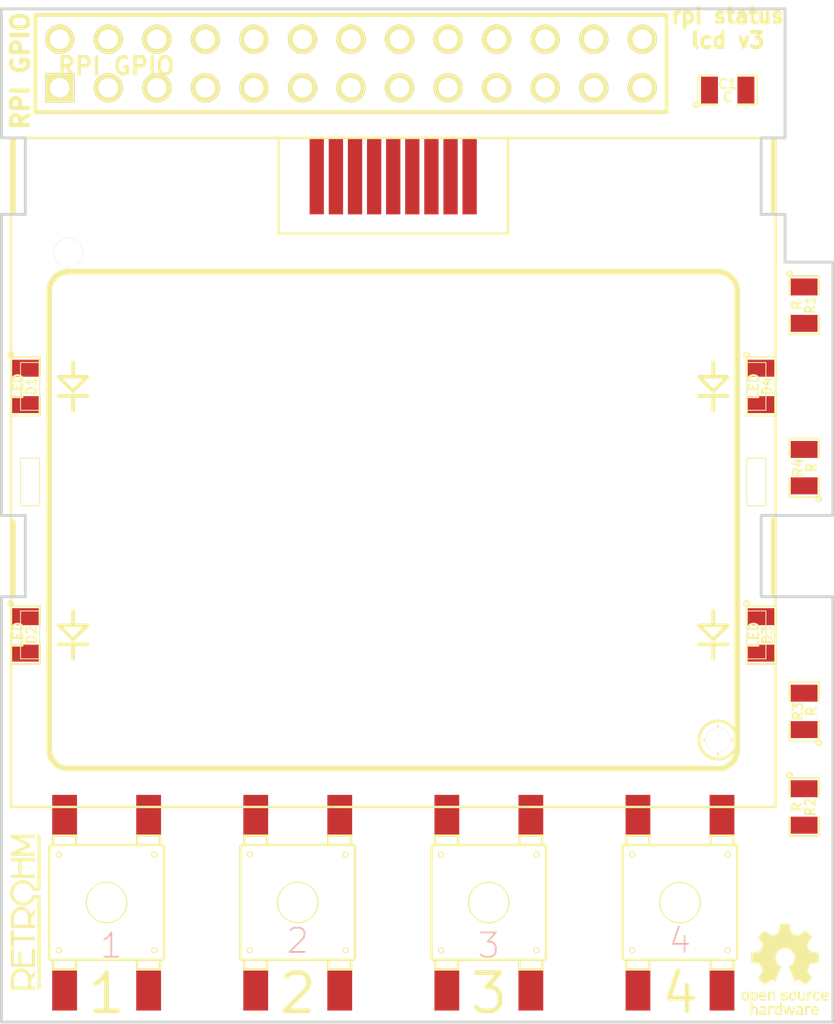
<source format=kicad_pcb>
(kicad_pcb (version 3) (host pcbnew "(2013-mar-13)-testing")

  (general
    (links 29)
    (no_connects 29)
    (area 236.094644 113.4364 289.7529 174.9079)
    (thickness 1.6)
    (drawings 56)
    (tracks 0)
    (zones 0)
    (modules 19)
    (nets 17)
  )

  (page A3)
  (layers
    (15 F.Cu signal)
    (0 B.Cu signal)
    (16 B.Adhes user)
    (17 F.Adhes user)
    (18 B.Paste user)
    (19 F.Paste user)
    (20 B.SilkS user)
    (21 F.SilkS user)
    (22 B.Mask user)
    (23 F.Mask user)
    (24 Dwgs.User user)
    (25 Cmts.User user)
    (26 Eco1.User user)
    (27 Eco2.User user)
    (28 Edge.Cuts user)
  )

  (setup
    (last_trace_width 0.254)
    (trace_clearance 0.254)
    (zone_clearance 0.508)
    (zone_45_only no)
    (trace_min 0.1524)
    (segment_width 0.2)
    (edge_width 0.15)
    (via_size 0.889)
    (via_drill 0.635)
    (via_min_size 0.889)
    (via_min_drill 0.508)
    (uvia_size 0.508)
    (uvia_drill 0.127)
    (uvias_allowed no)
    (uvia_min_size 0.508)
    (uvia_min_drill 0.127)
    (pcb_text_width 0.3)
    (pcb_text_size 1 1)
    (mod_edge_width 0.15)
    (mod_text_size 1 1)
    (mod_text_width 0.15)
    (pad_size 1.5 1.5)
    (pad_drill 1.5)
    (pad_to_mask_clearance 0)
    (aux_axis_origin 0 0)
    (visible_elements 7FFFFFFF)
    (pcbplotparams
      (layerselection 3178497)
      (usegerberextensions false)
      (excludeedgelayer true)
      (linewidth 152400)
      (plotframeref false)
      (viasonmask false)
      (mode 1)
      (useauxorigin false)
      (hpglpennumber 1)
      (hpglpenspeed 20)
      (hpglpendiameter 15)
      (hpglpenoverlay 2)
      (psnegative false)
      (psa4output false)
      (plotreference true)
      (plotvalue true)
      (plotothertext true)
      (plotinvisibletext false)
      (padsonsilk false)
      (subtractmaskfromsilk false)
      (outputformat 5)
      (mirror false)
      (drillshape 0)
      (scaleselection 1)
      (outputdirectory ""))
  )

  (net 0 "")
  (net 1 +3.3V)
  (net 2 GND)
  (net 3 N-0000028)
  (net 4 N-0000029)
  (net 5 N-0000030)
  (net 6 N-0000031)
  (net 7 N-0000032)
  (net 8 N-000008)
  (net 9 RST)
  (net 10 SCE)
  (net 11 SCLK)
  (net 12 SDIN)
  (net 13 SW_1)
  (net 14 SW_2)
  (net 15 SW_3)
  (net 16 SW_4)

  (net_class Default "This is the default net class."
    (clearance 0.254)
    (trace_width 0.254)
    (via_dia 0.889)
    (via_drill 0.635)
    (uvia_dia 0.508)
    (uvia_drill 0.127)
    (add_net "")
    (add_net +3.3V)
    (add_net GND)
    (add_net N-0000028)
    (add_net N-0000029)
    (add_net N-0000030)
    (add_net N-0000031)
    (add_net N-0000032)
    (add_net N-000008)
    (add_net RST)
    (add_net SCE)
    (add_net SCLK)
    (add_net SDIN)
    (add_net SW_1)
    (add_net SW_2)
    (add_net SW_3)
    (add_net SW_4)
  )

  (module 1PIN_6mm (layer F.Cu) (tedit 515E2F3F) (tstamp 51644DF3)
    (at 241.75 128)
    (descr "module 1 pin (ou trou mecanique de percage 6 mm)")
    (tags DEV)
    (fp_text reference "" (at 0 -1.27) (layer F.SilkS)
      (effects (font (size 0.3 0.3) (thickness 0.05)))
    )
    (fp_text value "" (at 0 -2.54) (layer F.SilkS)
      (effects (font (size 1.016 1.016) (thickness 0.254)))
    )
    (pad 1 thru_hole circle (at 0 0) (size 1.5 1.5) (drill 1.5)
      (layers *.Cu *.Mask F.SilkS)
    )
  )

  (module 1PIN_6mm (layer F.Cu) (tedit 515E2F2F) (tstamp 51644D70)
    (at 275.75 153.5)
    (descr "module 1 pin (ou trou mecanique de percage 6 mm)")
    (tags DEV)
    (fp_text reference "" (at 0 -2.54) (layer F.SilkS)
      (effects (font (size 0.5 0.5) (thickness 0.1)))
    )
    (fp_text value "" (at 0 -3.81) (layer F.SilkS)
      (effects (font (size 1.016 1.016) (thickness 0.254)))
    )
    (fp_circle (center 0 0) (end 1 0) (layer F.SilkS) (width 0.15))
    (pad 1 thru_hole circle (at 0 0) (size 1.3 1.3) (drill 1.3)
      (layers *.Cu *.Mask F.SilkS)
    )
  )

  (module nokia5110 (layer F.Cu) (tedit 5123E321) (tstamp 515E220C)
    (at 258.75 141)
    (path /5122C11F)
    (attr smd)
    (fp_text reference P1 (at -17.145 -19.685) (layer B.SilkS) hide
      (effects (font (size 1.27 1.27) (thickness 0.0889)))
    )
    (fp_text value CONN_9 (at -16.51 17.145) (layer B.SilkS) hide
      (effects (font (size 1.27 1.27) (thickness 0.0889)))
    )
    (fp_line (start 19.99996 -18.9992) (end 19.99996 15.99946) (layer F.SilkS) (width 0.127))
    (fp_line (start -19.99996 -18.9992) (end -5.99948 -18.9992) (layer F.SilkS) (width 0.127))
    (fp_line (start -5.99948 -18.9992) (end 5.99948 -18.9992) (layer F.SilkS) (width 0.127))
    (fp_line (start 5.99948 -18.9992) (end 19.99996 -18.9992) (layer F.SilkS) (width 0.127))
    (fp_line (start -19.99996 -18.9992) (end -19.99996 15.99946) (layer F.SilkS) (width 0.127))
    (fp_line (start -19.99996 15.99946) (end 19.99996 15.99946) (layer F.SilkS) (width 0.127))
    (fp_line (start -5.99948 -18.9992) (end -5.99948 -13.99794) (layer F.SilkS) (width 0.127))
    (fp_line (start -5.99948 -13.99794) (end 5.99948 -13.99794) (layer F.SilkS) (width 0.127))
    (fp_line (start 5.99948 -13.99794) (end 5.99948 -18.9992) (layer F.SilkS) (width 0.127))
    (fp_line (start -19.89836 -18.8976) (end -19.89836 -15.09776) (layer F.SilkS) (width 0.29972))
    (fp_line (start -19.89836 1.09982) (end -19.89836 4.89966) (layer F.SilkS) (width 0.29972))
    (fp_line (start 19.89836 0.99822) (end 19.89836 4.79806) (layer F.SilkS) (width 0.29972))
    (fp_line (start 19.89836 -18.8976) (end 19.89836 -15.09776) (layer F.SilkS) (width 0.29972))
    (fp_line (start 17.99844 12.99972) (end 17.99844 -10.9982) (layer F.SilkS) (width 0.29972))
    (fp_line (start 16.99768 -11.99896) (end -16.99768 -11.99896) (layer F.SilkS) (width 0.29972))
    (fp_line (start -17.99844 -10.9982) (end -17.99844 12.99972) (layer F.SilkS) (width 0.29972))
    (fp_line (start -16.99768 13.99794) (end 16.99768 13.99794) (layer F.SilkS) (width 0.29972))
    (fp_line (start -19.49958 5.74802) (end -18.49882 5.74802) (layer F.SilkS) (width 0.04826))
    (fp_line (start -18.49882 5.74802) (end -18.49882 8.24992) (layer F.SilkS) (width 0.04826))
    (fp_line (start -18.49882 8.24992) (end -19.49958 8.24992) (layer F.SilkS) (width 0.04826))
    (fp_line (start -19.49958 8.24992) (end -19.49958 5.74802) (layer F.SilkS) (width 0.04826))
    (fp_line (start -19.49958 -7.24916) (end -18.49882 -7.24916) (layer F.SilkS) (width 0.04826))
    (fp_line (start -18.49882 -7.24916) (end -18.49882 -4.7498) (layer F.SilkS) (width 0.04826))
    (fp_line (start -18.49882 -4.7498) (end -19.49958 -4.7498) (layer F.SilkS) (width 0.04826))
    (fp_line (start -19.49958 -4.7498) (end -19.49958 -7.24916) (layer F.SilkS) (width 0.04826))
    (fp_line (start -19.49958 -2.2479) (end -18.49882 -2.2479) (layer F.SilkS) (width 0.04826))
    (fp_line (start -18.49882 -2.2479) (end -18.49882 0.24892) (layer F.SilkS) (width 0.04826))
    (fp_line (start -18.49882 0.24892) (end -19.49958 0.24892) (layer F.SilkS) (width 0.04826))
    (fp_line (start -19.49958 0.24892) (end -19.49958 -2.2479) (layer F.SilkS) (width 0.04826))
    (fp_line (start 18.49882 5.74802) (end 19.49958 5.74802) (layer F.SilkS) (width 0.04826))
    (fp_line (start 19.49958 5.74802) (end 19.49958 8.24992) (layer F.SilkS) (width 0.04826))
    (fp_line (start 19.49958 8.24992) (end 18.49882 8.24992) (layer F.SilkS) (width 0.04826))
    (fp_line (start 18.49882 8.24992) (end 18.49882 5.74802) (layer F.SilkS) (width 0.04826))
    (fp_line (start 18.49882 -2.2479) (end 19.49958 -2.2479) (layer F.SilkS) (width 0.04826))
    (fp_line (start 19.49958 -2.2479) (end 19.49958 0.24892) (layer F.SilkS) (width 0.04826))
    (fp_line (start 19.49958 0.24892) (end 18.49882 0.24892) (layer F.SilkS) (width 0.04826))
    (fp_line (start 18.49882 0.24892) (end 18.49882 -2.2479) (layer F.SilkS) (width 0.04826))
    (fp_line (start 18.49882 -7.24916) (end 19.49958 -7.24916) (layer F.SilkS) (width 0.04826))
    (fp_line (start 19.49958 -7.24916) (end 19.49958 -4.7498) (layer F.SilkS) (width 0.04826))
    (fp_line (start 19.49958 -4.7498) (end 18.49882 -4.7498) (layer F.SilkS) (width 0.04826))
    (fp_line (start 18.49882 -4.7498) (end 18.49882 -7.24916) (layer F.SilkS) (width 0.04826))
    (fp_circle (center -16.99768 -12.99972) (end -17.37106 -13.3731) (layer F.SilkS) (width 0.127))
    (fp_line (start -17.74952 -12.99972) (end -16.24838 -12.99972) (layer F.SilkS) (width 0.127))
    (fp_line (start -16.99768 -12.24788) (end -16.99768 -13.74902) (layer F.SilkS) (width 0.127))
    (fp_circle (center 16.99768 12.49934) (end 17.37106 12.87272) (layer F.SilkS) (width 0.127))
    (fp_line (start 16.24838 12.49934) (end 17.74952 12.49934) (layer F.SilkS) (width 0.127))
    (fp_line (start 16.99768 13.24864) (end 16.99768 11.7475) (layer F.SilkS) (width 0.127))
    (fp_arc (start -16.99768 12.99972) (end -16.99768 13.99794) (angle 90) (layer F.SilkS) (width 0.29972))
    (fp_arc (start 16.99768 12.99972) (end 17.99844 12.99972) (angle 90) (layer F.SilkS) (width 0.29972))
    (fp_arc (start 16.99768 -10.9982) (end 16.99768 -11.99896) (angle 90) (layer F.SilkS) (width 0.29972))
    (fp_arc (start -16.99768 -10.9982) (end -17.99844 -10.9982) (angle 90) (layer F.SilkS) (width 0.29972))
    (pad 9 smd rect (at 3.99796 -16.99768) (size 0.7493 3.99796)
      (layers F.Cu F.Paste F.Mask)
      (net 1 +3.3V)
    )
    (pad 8 smd rect (at 2.99974 -16.99768) (size 0.7493 3.99796)
      (layers F.Cu F.Paste F.Mask)
      (net 11 SCLK)
    )
    (pad 7 smd rect (at 1.99898 -16.99768) (size 0.7493 3.99796)
      (layers F.Cu F.Paste F.Mask)
      (net 12 SDIN)
    )
    (pad 6 smd rect (at 0.99822 -16.99768) (size 0.7493 3.99796)
      (layers F.Cu F.Paste F.Mask)
    )
    (pad 5 smd rect (at 0 -16.99768) (size 0.7493 3.99796)
      (layers F.Cu F.Paste F.Mask)
      (net 10 SCE)
    )
    (pad 4 smd rect (at -0.99822 -16.99768) (size 0.7493 3.99796)
      (layers F.Cu F.Paste F.Mask)
      (net 1 +3.3V)
    )
    (pad 3 smd rect (at -1.99898 -16.99768) (size 0.7493 3.99796)
      (layers F.Cu F.Paste F.Mask)
      (net 2 GND)
    )
    (pad 2 smd rect (at -2.99974 -16.99768) (size 0.7493 3.99796)
      (layers F.Cu F.Paste F.Mask)
      (net 8 N-000008)
    )
    (pad 1 smd rect (at -4.00184 -17.00072) (size 0.7493 3.99796)
      (layers F.Cu F.Paste F.Mask)
      (net 9 RST)
    )
  )

  (module switch-misc-FSM4JSMA-SMD (layer F.Cu) (tedit 515E33C2) (tstamp 5122F835)
    (at 243.75 162)
    (descr "TYCO SWITCH")
    (tags "TYCO SWITCH")
    (path /5122E4A1)
    (attr smd)
    (fp_text reference SW_1 (at 0.635 -6.985) (layer B.SilkS) hide
      (effects (font (size 1.27 1.27) (thickness 0.0889)))
    )
    (fp_text value 1 (at 0.25 2.25) (layer B.SilkS)
      (effects (font (size 1.27 1.27) (thickness 0.0889)))
    )
    (fp_line (start -2.79908 -2.99974) (end -2.79908 -3.49758) (layer F.SilkS) (width 0.127))
    (fp_line (start -2.79908 -3.49758) (end -1.59766 -3.49758) (layer F.SilkS) (width 0.127))
    (fp_line (start -1.59766 -3.49758) (end -1.59766 -2.99974) (layer F.SilkS) (width 0.127))
    (fp_line (start 1.59766 -2.99974) (end 1.59766 -3.49758) (layer F.SilkS) (width 0.127))
    (fp_line (start 1.59766 -3.49758) (end 2.79908 -3.49758) (layer F.SilkS) (width 0.127))
    (fp_line (start 2.79908 -3.49758) (end 2.79908 -2.99974) (layer F.SilkS) (width 0.127))
    (fp_line (start 2.79908 2.99974) (end 2.79908 3.49758) (layer F.SilkS) (width 0.127))
    (fp_line (start 2.79908 3.49758) (end 1.59766 3.49758) (layer F.SilkS) (width 0.127))
    (fp_line (start 1.59766 3.49758) (end 1.59766 2.99974) (layer F.SilkS) (width 0.127))
    (fp_line (start -2.79908 2.99974) (end -2.79908 3.49758) (layer F.SilkS) (width 0.127))
    (fp_line (start -2.79908 3.49758) (end -1.59766 3.49758) (layer F.SilkS) (width 0.127))
    (fp_line (start -1.59766 3.49758) (end -1.59766 2.99974) (layer F.SilkS) (width 0.127))
    (fp_line (start -2.99974 -2.89814) (end -2.99974 2.89814) (layer F.SilkS) (width 0.127))
    (fp_line (start -2.89814 2.99974) (end 2.89814 2.99974) (layer F.SilkS) (width 0.127))
    (fp_line (start 2.99974 2.89814) (end 2.99974 -2.89814) (layer F.SilkS) (width 0.127))
    (fp_line (start 2.89814 -2.99974) (end -2.89814 -2.99974) (layer F.SilkS) (width 0.127))
    (fp_circle (center 0 0) (end -0.7493 0.7493) (layer F.SilkS) (width 0.0635))
    (fp_circle (center -2.49936 -2.49936) (end -2.59842 -2.59842) (layer F.SilkS) (width 0.0635))
    (fp_circle (center 2.49936 -2.49936) (end 2.59842 -2.59842) (layer F.SilkS) (width 0.0635))
    (fp_circle (center 2.49936 2.49936) (end 2.59842 2.59842) (layer F.SilkS) (width 0.0635))
    (fp_circle (center -2.49936 2.49936) (end -2.59842 2.59842) (layer F.SilkS) (width 0.0635))
    (fp_arc (start -2.89814 -2.89814) (end -2.99974 -2.89814) (angle 90) (layer F.SilkS) (width 0.127))
    (fp_arc (start -2.89814 2.89814) (end -2.89814 2.99974) (angle 90) (layer F.SilkS) (width 0.127))
    (fp_arc (start 2.89814 2.89814) (end 2.99974 2.89814) (angle 90) (layer F.SilkS) (width 0.127))
    (fp_arc (start 2.89814 -2.89814) (end 2.89814 -2.99974) (angle 90) (layer F.SilkS) (width 0.127))
    (pad P$1 smd rect (at -2.19456 -4.58216) (size 1.29794 2.09804)
      (layers F.Cu F.Paste F.Mask)
      (net 13 SW_1)
    )
    (pad P$2 smd rect (at -2.19456 4.59994) (size 1.29794 2.09804)
      (layers F.Cu F.Paste F.Mask)
    )
    (pad P$3 smd rect (at 2.20218 -4.58216) (size 1.29794 2.09804)
      (layers F.Cu F.Paste F.Mask)
    )
    (pad P$4 smd rect (at 2.20218 4.59994) (size 1.29794 2.09804)
      (layers F.Cu F.Paste F.Mask)
      (net 2 GND)
    )
  )

  (module switch-misc-FSM4JSMA-SMD (layer F.Cu) (tedit 515E33D9) (tstamp 5122F856)
    (at 273.75 162)
    (descr "TYCO SWITCH")
    (tags "TYCO SWITCH")
    (path /5122E53F)
    (attr smd)
    (fp_text reference SW_4 (at 0.635 -6.985) (layer B.SilkS) hide
      (effects (font (size 1.27 1.27) (thickness 0.0889)))
    )
    (fp_text value 4 (at 0 2) (layer B.SilkS)
      (effects (font (size 1.27 1.27) (thickness 0.0889)))
    )
    (fp_line (start -2.79908 -2.99974) (end -2.79908 -3.49758) (layer F.SilkS) (width 0.127))
    (fp_line (start -2.79908 -3.49758) (end -1.59766 -3.49758) (layer F.SilkS) (width 0.127))
    (fp_line (start -1.59766 -3.49758) (end -1.59766 -2.99974) (layer F.SilkS) (width 0.127))
    (fp_line (start 1.59766 -2.99974) (end 1.59766 -3.49758) (layer F.SilkS) (width 0.127))
    (fp_line (start 1.59766 -3.49758) (end 2.79908 -3.49758) (layer F.SilkS) (width 0.127))
    (fp_line (start 2.79908 -3.49758) (end 2.79908 -2.99974) (layer F.SilkS) (width 0.127))
    (fp_line (start 2.79908 2.99974) (end 2.79908 3.49758) (layer F.SilkS) (width 0.127))
    (fp_line (start 2.79908 3.49758) (end 1.59766 3.49758) (layer F.SilkS) (width 0.127))
    (fp_line (start 1.59766 3.49758) (end 1.59766 2.99974) (layer F.SilkS) (width 0.127))
    (fp_line (start -2.79908 2.99974) (end -2.79908 3.49758) (layer F.SilkS) (width 0.127))
    (fp_line (start -2.79908 3.49758) (end -1.59766 3.49758) (layer F.SilkS) (width 0.127))
    (fp_line (start -1.59766 3.49758) (end -1.59766 2.99974) (layer F.SilkS) (width 0.127))
    (fp_line (start -2.99974 -2.89814) (end -2.99974 2.89814) (layer F.SilkS) (width 0.127))
    (fp_line (start -2.89814 2.99974) (end 2.89814 2.99974) (layer F.SilkS) (width 0.127))
    (fp_line (start 2.99974 2.89814) (end 2.99974 -2.89814) (layer F.SilkS) (width 0.127))
    (fp_line (start 2.89814 -2.99974) (end -2.89814 -2.99974) (layer F.SilkS) (width 0.127))
    (fp_circle (center 0 0) (end -0.7493 0.7493) (layer F.SilkS) (width 0.0635))
    (fp_circle (center -2.49936 -2.49936) (end -2.59842 -2.59842) (layer F.SilkS) (width 0.0635))
    (fp_circle (center 2.49936 -2.49936) (end 2.59842 -2.59842) (layer F.SilkS) (width 0.0635))
    (fp_circle (center 2.49936 2.49936) (end 2.59842 2.59842) (layer F.SilkS) (width 0.0635))
    (fp_circle (center -2.49936 2.49936) (end -2.59842 2.59842) (layer F.SilkS) (width 0.0635))
    (fp_arc (start -2.89814 -2.89814) (end -2.99974 -2.89814) (angle 90) (layer F.SilkS) (width 0.127))
    (fp_arc (start -2.89814 2.89814) (end -2.89814 2.99974) (angle 90) (layer F.SilkS) (width 0.127))
    (fp_arc (start 2.89814 2.89814) (end 2.99974 2.89814) (angle 90) (layer F.SilkS) (width 0.127))
    (fp_arc (start 2.89814 -2.89814) (end 2.89814 -2.99974) (angle 90) (layer F.SilkS) (width 0.127))
    (pad P$1 smd rect (at -2.19456 -4.58216) (size 1.29794 2.09804)
      (layers F.Cu F.Paste F.Mask)
      (net 16 SW_4)
    )
    (pad P$2 smd rect (at -2.19456 4.59994) (size 1.29794 2.09804)
      (layers F.Cu F.Paste F.Mask)
    )
    (pad P$3 smd rect (at 2.20218 -4.58216) (size 1.29794 2.09804)
      (layers F.Cu F.Paste F.Mask)
    )
    (pad P$4 smd rect (at 2.20218 4.59994) (size 1.29794 2.09804)
      (layers F.Cu F.Paste F.Mask)
      (net 2 GND)
    )
  )

  (module switch-misc-FSM4JSMA-SMD (layer F.Cu) (tedit 515E33D3) (tstamp 5122F877)
    (at 263.75 162)
    (descr "TYCO SWITCH")
    (tags "TYCO SWITCH")
    (path /5122E533)
    (attr smd)
    (fp_text reference SW_3 (at 0.635 -6.985) (layer B.SilkS) hide
      (effects (font (size 1.27 1.27) (thickness 0.0889)))
    )
    (fp_text value 3 (at 0 2.25) (layer B.SilkS)
      (effects (font (size 1.27 1.27) (thickness 0.0889)))
    )
    (fp_line (start -2.79908 -2.99974) (end -2.79908 -3.49758) (layer F.SilkS) (width 0.127))
    (fp_line (start -2.79908 -3.49758) (end -1.59766 -3.49758) (layer F.SilkS) (width 0.127))
    (fp_line (start -1.59766 -3.49758) (end -1.59766 -2.99974) (layer F.SilkS) (width 0.127))
    (fp_line (start 1.59766 -2.99974) (end 1.59766 -3.49758) (layer F.SilkS) (width 0.127))
    (fp_line (start 1.59766 -3.49758) (end 2.79908 -3.49758) (layer F.SilkS) (width 0.127))
    (fp_line (start 2.79908 -3.49758) (end 2.79908 -2.99974) (layer F.SilkS) (width 0.127))
    (fp_line (start 2.79908 2.99974) (end 2.79908 3.49758) (layer F.SilkS) (width 0.127))
    (fp_line (start 2.79908 3.49758) (end 1.59766 3.49758) (layer F.SilkS) (width 0.127))
    (fp_line (start 1.59766 3.49758) (end 1.59766 2.99974) (layer F.SilkS) (width 0.127))
    (fp_line (start -2.79908 2.99974) (end -2.79908 3.49758) (layer F.SilkS) (width 0.127))
    (fp_line (start -2.79908 3.49758) (end -1.59766 3.49758) (layer F.SilkS) (width 0.127))
    (fp_line (start -1.59766 3.49758) (end -1.59766 2.99974) (layer F.SilkS) (width 0.127))
    (fp_line (start -2.99974 -2.89814) (end -2.99974 2.89814) (layer F.SilkS) (width 0.127))
    (fp_line (start -2.89814 2.99974) (end 2.89814 2.99974) (layer F.SilkS) (width 0.127))
    (fp_line (start 2.99974 2.89814) (end 2.99974 -2.89814) (layer F.SilkS) (width 0.127))
    (fp_line (start 2.89814 -2.99974) (end -2.89814 -2.99974) (layer F.SilkS) (width 0.127))
    (fp_circle (center 0 0) (end -0.7493 0.7493) (layer F.SilkS) (width 0.0635))
    (fp_circle (center -2.49936 -2.49936) (end -2.59842 -2.59842) (layer F.SilkS) (width 0.0635))
    (fp_circle (center 2.49936 -2.49936) (end 2.59842 -2.59842) (layer F.SilkS) (width 0.0635))
    (fp_circle (center 2.49936 2.49936) (end 2.59842 2.59842) (layer F.SilkS) (width 0.0635))
    (fp_circle (center -2.49936 2.49936) (end -2.59842 2.59842) (layer F.SilkS) (width 0.0635))
    (fp_arc (start -2.89814 -2.89814) (end -2.99974 -2.89814) (angle 90) (layer F.SilkS) (width 0.127))
    (fp_arc (start -2.89814 2.89814) (end -2.89814 2.99974) (angle 90) (layer F.SilkS) (width 0.127))
    (fp_arc (start 2.89814 2.89814) (end 2.99974 2.89814) (angle 90) (layer F.SilkS) (width 0.127))
    (fp_arc (start 2.89814 -2.89814) (end 2.89814 -2.99974) (angle 90) (layer F.SilkS) (width 0.127))
    (pad P$1 smd rect (at -2.19456 -4.58216) (size 1.29794 2.09804)
      (layers F.Cu F.Paste F.Mask)
      (net 15 SW_3)
    )
    (pad P$2 smd rect (at -2.19456 4.59994) (size 1.29794 2.09804)
      (layers F.Cu F.Paste F.Mask)
    )
    (pad P$3 smd rect (at 2.20218 -4.58216) (size 1.29794 2.09804)
      (layers F.Cu F.Paste F.Mask)
    )
    (pad P$4 smd rect (at 2.20218 4.59994) (size 1.29794 2.09804)
      (layers F.Cu F.Paste F.Mask)
      (net 2 GND)
    )
  )

  (module switch-misc-FSM4JSMA-SMD (layer F.Cu) (tedit 515E33CE) (tstamp 5122F898)
    (at 253.75 162)
    (descr "TYCO SWITCH")
    (tags "TYCO SWITCH")
    (path /5122E52D)
    (attr smd)
    (fp_text reference SW_2 (at 0.635 -6.985) (layer B.SilkS) hide
      (effects (font (size 1.27 1.27) (thickness 0.0889)))
    )
    (fp_text value 2 (at 0 2) (layer B.SilkS)
      (effects (font (size 1.27 1.27) (thickness 0.0889)))
    )
    (fp_line (start -2.79908 -2.99974) (end -2.79908 -3.49758) (layer F.SilkS) (width 0.127))
    (fp_line (start -2.79908 -3.49758) (end -1.59766 -3.49758) (layer F.SilkS) (width 0.127))
    (fp_line (start -1.59766 -3.49758) (end -1.59766 -2.99974) (layer F.SilkS) (width 0.127))
    (fp_line (start 1.59766 -2.99974) (end 1.59766 -3.49758) (layer F.SilkS) (width 0.127))
    (fp_line (start 1.59766 -3.49758) (end 2.79908 -3.49758) (layer F.SilkS) (width 0.127))
    (fp_line (start 2.79908 -3.49758) (end 2.79908 -2.99974) (layer F.SilkS) (width 0.127))
    (fp_line (start 2.79908 2.99974) (end 2.79908 3.49758) (layer F.SilkS) (width 0.127))
    (fp_line (start 2.79908 3.49758) (end 1.59766 3.49758) (layer F.SilkS) (width 0.127))
    (fp_line (start 1.59766 3.49758) (end 1.59766 2.99974) (layer F.SilkS) (width 0.127))
    (fp_line (start -2.79908 2.99974) (end -2.79908 3.49758) (layer F.SilkS) (width 0.127))
    (fp_line (start -2.79908 3.49758) (end -1.59766 3.49758) (layer F.SilkS) (width 0.127))
    (fp_line (start -1.59766 3.49758) (end -1.59766 2.99974) (layer F.SilkS) (width 0.127))
    (fp_line (start -2.99974 -2.89814) (end -2.99974 2.89814) (layer F.SilkS) (width 0.127))
    (fp_line (start -2.89814 2.99974) (end 2.89814 2.99974) (layer F.SilkS) (width 0.127))
    (fp_line (start 2.99974 2.89814) (end 2.99974 -2.89814) (layer F.SilkS) (width 0.127))
    (fp_line (start 2.89814 -2.99974) (end -2.89814 -2.99974) (layer F.SilkS) (width 0.127))
    (fp_circle (center 0 0) (end -0.7493 0.7493) (layer F.SilkS) (width 0.0635))
    (fp_circle (center -2.49936 -2.49936) (end -2.59842 -2.59842) (layer F.SilkS) (width 0.0635))
    (fp_circle (center 2.49936 -2.49936) (end 2.59842 -2.59842) (layer F.SilkS) (width 0.0635))
    (fp_circle (center 2.49936 2.49936) (end 2.59842 2.59842) (layer F.SilkS) (width 0.0635))
    (fp_circle (center -2.49936 2.49936) (end -2.59842 2.59842) (layer F.SilkS) (width 0.0635))
    (fp_arc (start -2.89814 -2.89814) (end -2.99974 -2.89814) (angle 90) (layer F.SilkS) (width 0.127))
    (fp_arc (start -2.89814 2.89814) (end -2.89814 2.99974) (angle 90) (layer F.SilkS) (width 0.127))
    (fp_arc (start 2.89814 2.89814) (end 2.99974 2.89814) (angle 90) (layer F.SilkS) (width 0.127))
    (fp_arc (start 2.89814 -2.89814) (end 2.89814 -2.99974) (angle 90) (layer F.SilkS) (width 0.127))
    (pad P$1 smd rect (at -2.19456 -4.58216) (size 1.29794 2.09804)
      (layers F.Cu F.Paste F.Mask)
      (net 14 SW_2)
    )
    (pad P$2 smd rect (at -2.19456 4.59994) (size 1.29794 2.09804)
      (layers F.Cu F.Paste F.Mask)
    )
    (pad P$3 smd rect (at 2.20218 -4.58216) (size 1.29794 2.09804)
      (layers F.Cu F.Paste F.Mask)
    )
    (pad P$4 smd rect (at 2.20218 4.59994) (size 1.29794 2.09804)
      (layers F.Cu F.Paste F.Mask)
      (net 2 GND)
    )
  )

  (module SM0805 (layer F.Cu) (tedit 5091495C) (tstamp 512306AD)
    (at 276.25 119.5)
    (path /5122C65B)
    (attr smd)
    (fp_text reference C1 (at 0 -0.3175) (layer F.SilkS)
      (effects (font (size 0.50038 0.50038) (thickness 0.10922)))
    )
    (fp_text value C (at 0 0.381) (layer F.SilkS)
      (effects (font (size 0.50038 0.50038) (thickness 0.10922)))
    )
    (fp_circle (center -1.651 0.762) (end -1.651 0.635) (layer F.SilkS) (width 0.09906))
    (fp_line (start -0.508 0.762) (end -1.524 0.762) (layer F.SilkS) (width 0.09906))
    (fp_line (start -1.524 0.762) (end -1.524 -0.762) (layer F.SilkS) (width 0.09906))
    (fp_line (start -1.524 -0.762) (end -0.508 -0.762) (layer F.SilkS) (width 0.09906))
    (fp_line (start 0.508 -0.762) (end 1.524 -0.762) (layer F.SilkS) (width 0.09906))
    (fp_line (start 1.524 -0.762) (end 1.524 0.762) (layer F.SilkS) (width 0.09906))
    (fp_line (start 1.524 0.762) (end 0.508 0.762) (layer F.SilkS) (width 0.09906))
    (pad 1 smd rect (at -0.9525 0) (size 0.889 1.397)
      (layers F.Cu F.Paste F.Mask)
      (net 8 N-000008)
    )
    (pad 2 smd rect (at 0.9525 0) (size 0.889 1.397)
      (layers F.Cu F.Paste F.Mask)
      (net 2 GND)
    )
    (model smd/chip_cms.wrl
      (at (xyz 0 0 0))
      (scale (xyz 0.1 0.1 0.1))
      (rotate (xyz 0 0 0))
    )
  )

  (module SM0805 (layer F.Cu) (tedit 5091495C) (tstamp 5122F8E6)
    (at 278 135 270)
    (path /5122BF77)
    (attr smd)
    (fp_text reference D4 (at 0 -0.3175 270) (layer F.SilkS)
      (effects (font (size 0.50038 0.50038) (thickness 0.10922)))
    )
    (fp_text value LED (at 0 0.381 270) (layer F.SilkS)
      (effects (font (size 0.50038 0.50038) (thickness 0.10922)))
    )
    (fp_circle (center -1.651 0.762) (end -1.651 0.635) (layer F.SilkS) (width 0.09906))
    (fp_line (start -0.508 0.762) (end -1.524 0.762) (layer F.SilkS) (width 0.09906))
    (fp_line (start -1.524 0.762) (end -1.524 -0.762) (layer F.SilkS) (width 0.09906))
    (fp_line (start -1.524 -0.762) (end -0.508 -0.762) (layer F.SilkS) (width 0.09906))
    (fp_line (start 0.508 -0.762) (end 1.524 -0.762) (layer F.SilkS) (width 0.09906))
    (fp_line (start 1.524 -0.762) (end 1.524 0.762) (layer F.SilkS) (width 0.09906))
    (fp_line (start 1.524 0.762) (end 0.508 0.762) (layer F.SilkS) (width 0.09906))
    (pad 1 smd rect (at -0.9525 0 270) (size 0.889 1.397)
      (layers F.Cu F.Paste F.Mask)
      (net 3 N-0000028)
    )
    (pad 2 smd rect (at 0.9525 0 270) (size 0.889 1.397)
      (layers F.Cu F.Paste F.Mask)
      (net 5 N-0000030)
    )
    (model smd/chip_cms.wrl
      (at (xyz 0 0 0))
      (scale (xyz 0.1 0.1 0.1))
      (rotate (xyz 0 0 0))
    )
  )

  (module SM0805 (layer F.Cu) (tedit 5091495C) (tstamp 5122F8F3)
    (at 278 148 270)
    (path /5122BF71)
    (attr smd)
    (fp_text reference D3 (at 0 -0.3175 270) (layer F.SilkS)
      (effects (font (size 0.50038 0.50038) (thickness 0.10922)))
    )
    (fp_text value LED (at 0 0.381 270) (layer F.SilkS)
      (effects (font (size 0.50038 0.50038) (thickness 0.10922)))
    )
    (fp_circle (center -1.651 0.762) (end -1.651 0.635) (layer F.SilkS) (width 0.09906))
    (fp_line (start -0.508 0.762) (end -1.524 0.762) (layer F.SilkS) (width 0.09906))
    (fp_line (start -1.524 0.762) (end -1.524 -0.762) (layer F.SilkS) (width 0.09906))
    (fp_line (start -1.524 -0.762) (end -0.508 -0.762) (layer F.SilkS) (width 0.09906))
    (fp_line (start 0.508 -0.762) (end 1.524 -0.762) (layer F.SilkS) (width 0.09906))
    (fp_line (start 1.524 -0.762) (end 1.524 0.762) (layer F.SilkS) (width 0.09906))
    (fp_line (start 1.524 0.762) (end 0.508 0.762) (layer F.SilkS) (width 0.09906))
    (pad 1 smd rect (at -0.9525 0 270) (size 0.889 1.397)
      (layers F.Cu F.Paste F.Mask)
      (net 3 N-0000028)
    )
    (pad 2 smd rect (at 0.9525 0 270) (size 0.889 1.397)
      (layers F.Cu F.Paste F.Mask)
      (net 4 N-0000029)
    )
    (model smd/chip_cms.wrl
      (at (xyz 0 0 0))
      (scale (xyz 0.1 0.1 0.1))
      (rotate (xyz 0 0 0))
    )
  )

  (module SM0805 (layer F.Cu) (tedit 5091495C) (tstamp 5122F900)
    (at 239.5 148 270)
    (path /5122BF6B)
    (attr smd)
    (fp_text reference D2 (at 0 -0.3175 270) (layer F.SilkS)
      (effects (font (size 0.50038 0.50038) (thickness 0.10922)))
    )
    (fp_text value LED (at 0 0.381 270) (layer F.SilkS)
      (effects (font (size 0.50038 0.50038) (thickness 0.10922)))
    )
    (fp_circle (center -1.651 0.762) (end -1.651 0.635) (layer F.SilkS) (width 0.09906))
    (fp_line (start -0.508 0.762) (end -1.524 0.762) (layer F.SilkS) (width 0.09906))
    (fp_line (start -1.524 0.762) (end -1.524 -0.762) (layer F.SilkS) (width 0.09906))
    (fp_line (start -1.524 -0.762) (end -0.508 -0.762) (layer F.SilkS) (width 0.09906))
    (fp_line (start 0.508 -0.762) (end 1.524 -0.762) (layer F.SilkS) (width 0.09906))
    (fp_line (start 1.524 -0.762) (end 1.524 0.762) (layer F.SilkS) (width 0.09906))
    (fp_line (start 1.524 0.762) (end 0.508 0.762) (layer F.SilkS) (width 0.09906))
    (pad 1 smd rect (at -0.9525 0 270) (size 0.889 1.397)
      (layers F.Cu F.Paste F.Mask)
      (net 3 N-0000028)
    )
    (pad 2 smd rect (at 0.9525 0 270) (size 0.889 1.397)
      (layers F.Cu F.Paste F.Mask)
      (net 7 N-0000032)
    )
    (model smd/chip_cms.wrl
      (at (xyz 0 0 0))
      (scale (xyz 0.1 0.1 0.1))
      (rotate (xyz 0 0 0))
    )
  )

  (module SM0805 (layer F.Cu) (tedit 5091495C) (tstamp 5122F90D)
    (at 239.5 135 270)
    (path /5122BF0B)
    (attr smd)
    (fp_text reference D1 (at 0 -0.3175 270) (layer F.SilkS)
      (effects (font (size 0.50038 0.50038) (thickness 0.10922)))
    )
    (fp_text value LED (at 0 0.381 270) (layer F.SilkS)
      (effects (font (size 0.50038 0.50038) (thickness 0.10922)))
    )
    (fp_circle (center -1.651 0.762) (end -1.651 0.635) (layer F.SilkS) (width 0.09906))
    (fp_line (start -0.508 0.762) (end -1.524 0.762) (layer F.SilkS) (width 0.09906))
    (fp_line (start -1.524 0.762) (end -1.524 -0.762) (layer F.SilkS) (width 0.09906))
    (fp_line (start -1.524 -0.762) (end -0.508 -0.762) (layer F.SilkS) (width 0.09906))
    (fp_line (start 0.508 -0.762) (end 1.524 -0.762) (layer F.SilkS) (width 0.09906))
    (fp_line (start 1.524 -0.762) (end 1.524 0.762) (layer F.SilkS) (width 0.09906))
    (fp_line (start 1.524 0.762) (end 0.508 0.762) (layer F.SilkS) (width 0.09906))
    (pad 1 smd rect (at -0.9525 0 270) (size 0.889 1.397)
      (layers F.Cu F.Paste F.Mask)
      (net 3 N-0000028)
    )
    (pad 2 smd rect (at 0.9525 0 270) (size 0.889 1.397)
      (layers F.Cu F.Paste F.Mask)
      (net 6 N-0000031)
    )
    (model smd/chip_cms.wrl
      (at (xyz 0 0 0))
      (scale (xyz 0.1 0.1 0.1))
      (rotate (xyz 0 0 0))
    )
  )

  (module SM0805 (layer F.Cu) (tedit 5091495C) (tstamp 5122F91A)
    (at 280.25 139.25 90)
    (path /5122BF94)
    (attr smd)
    (fp_text reference R4 (at 0 -0.3175 90) (layer F.SilkS)
      (effects (font (size 0.50038 0.50038) (thickness 0.10922)))
    )
    (fp_text value R (at 0 0.381 90) (layer F.SilkS)
      (effects (font (size 0.50038 0.50038) (thickness 0.10922)))
    )
    (fp_circle (center -1.651 0.762) (end -1.651 0.635) (layer F.SilkS) (width 0.09906))
    (fp_line (start -0.508 0.762) (end -1.524 0.762) (layer F.SilkS) (width 0.09906))
    (fp_line (start -1.524 0.762) (end -1.524 -0.762) (layer F.SilkS) (width 0.09906))
    (fp_line (start -1.524 -0.762) (end -0.508 -0.762) (layer F.SilkS) (width 0.09906))
    (fp_line (start 0.508 -0.762) (end 1.524 -0.762) (layer F.SilkS) (width 0.09906))
    (fp_line (start 1.524 -0.762) (end 1.524 0.762) (layer F.SilkS) (width 0.09906))
    (fp_line (start 1.524 0.762) (end 0.508 0.762) (layer F.SilkS) (width 0.09906))
    (pad 1 smd rect (at -0.9525 0 90) (size 0.889 1.397)
      (layers F.Cu F.Paste F.Mask)
      (net 2 GND)
    )
    (pad 2 smd rect (at 0.9525 0 90) (size 0.889 1.397)
      (layers F.Cu F.Paste F.Mask)
      (net 5 N-0000030)
    )
    (model smd/chip_cms.wrl
      (at (xyz 0 0 0))
      (scale (xyz 0.1 0.1 0.1))
      (rotate (xyz 0 0 0))
    )
  )

  (module SM0805 (layer F.Cu) (tedit 5091495C) (tstamp 5122F927)
    (at 280.25 152 90)
    (path /5122BF8E)
    (attr smd)
    (fp_text reference R3 (at 0 -0.3175 90) (layer F.SilkS)
      (effects (font (size 0.50038 0.50038) (thickness 0.10922)))
    )
    (fp_text value R (at 0 0.381 90) (layer F.SilkS)
      (effects (font (size 0.50038 0.50038) (thickness 0.10922)))
    )
    (fp_circle (center -1.651 0.762) (end -1.651 0.635) (layer F.SilkS) (width 0.09906))
    (fp_line (start -0.508 0.762) (end -1.524 0.762) (layer F.SilkS) (width 0.09906))
    (fp_line (start -1.524 0.762) (end -1.524 -0.762) (layer F.SilkS) (width 0.09906))
    (fp_line (start -1.524 -0.762) (end -0.508 -0.762) (layer F.SilkS) (width 0.09906))
    (fp_line (start 0.508 -0.762) (end 1.524 -0.762) (layer F.SilkS) (width 0.09906))
    (fp_line (start 1.524 -0.762) (end 1.524 0.762) (layer F.SilkS) (width 0.09906))
    (fp_line (start 1.524 0.762) (end 0.508 0.762) (layer F.SilkS) (width 0.09906))
    (pad 1 smd rect (at -0.9525 0 90) (size 0.889 1.397)
      (layers F.Cu F.Paste F.Mask)
      (net 2 GND)
    )
    (pad 2 smd rect (at 0.9525 0 90) (size 0.889 1.397)
      (layers F.Cu F.Paste F.Mask)
      (net 4 N-0000029)
    )
    (model smd/chip_cms.wrl
      (at (xyz 0 0 0))
      (scale (xyz 0.1 0.1 0.1))
      (rotate (xyz 0 0 0))
    )
  )

  (module SM0805 (layer F.Cu) (tedit 5091495C) (tstamp 5122F934)
    (at 280.25 157 270)
    (path /5122BF88)
    (attr smd)
    (fp_text reference R2 (at 0 -0.3175 270) (layer F.SilkS)
      (effects (font (size 0.50038 0.50038) (thickness 0.10922)))
    )
    (fp_text value R (at 0 0.381 270) (layer F.SilkS)
      (effects (font (size 0.50038 0.50038) (thickness 0.10922)))
    )
    (fp_circle (center -1.651 0.762) (end -1.651 0.635) (layer F.SilkS) (width 0.09906))
    (fp_line (start -0.508 0.762) (end -1.524 0.762) (layer F.SilkS) (width 0.09906))
    (fp_line (start -1.524 0.762) (end -1.524 -0.762) (layer F.SilkS) (width 0.09906))
    (fp_line (start -1.524 -0.762) (end -0.508 -0.762) (layer F.SilkS) (width 0.09906))
    (fp_line (start 0.508 -0.762) (end 1.524 -0.762) (layer F.SilkS) (width 0.09906))
    (fp_line (start 1.524 -0.762) (end 1.524 0.762) (layer F.SilkS) (width 0.09906))
    (fp_line (start 1.524 0.762) (end 0.508 0.762) (layer F.SilkS) (width 0.09906))
    (pad 1 smd rect (at -0.9525 0 270) (size 0.889 1.397)
      (layers F.Cu F.Paste F.Mask)
      (net 2 GND)
    )
    (pad 2 smd rect (at 0.9525 0 270) (size 0.889 1.397)
      (layers F.Cu F.Paste F.Mask)
      (net 7 N-0000032)
    )
    (model smd/chip_cms.wrl
      (at (xyz 0 0 0))
      (scale (xyz 0.1 0.1 0.1))
      (rotate (xyz 0 0 0))
    )
  )

  (module SM0805 (layer F.Cu) (tedit 5091495C) (tstamp 5122F941)
    (at 280.25 130.75 270)
    (path /5122BF82)
    (attr smd)
    (fp_text reference R1 (at 0 -0.3175 270) (layer F.SilkS)
      (effects (font (size 0.50038 0.50038) (thickness 0.10922)))
    )
    (fp_text value R (at 0 0.381 270) (layer F.SilkS)
      (effects (font (size 0.50038 0.50038) (thickness 0.10922)))
    )
    (fp_circle (center -1.651 0.762) (end -1.651 0.635) (layer F.SilkS) (width 0.09906))
    (fp_line (start -0.508 0.762) (end -1.524 0.762) (layer F.SilkS) (width 0.09906))
    (fp_line (start -1.524 0.762) (end -1.524 -0.762) (layer F.SilkS) (width 0.09906))
    (fp_line (start -1.524 -0.762) (end -0.508 -0.762) (layer F.SilkS) (width 0.09906))
    (fp_line (start 0.508 -0.762) (end 1.524 -0.762) (layer F.SilkS) (width 0.09906))
    (fp_line (start 1.524 -0.762) (end 1.524 0.762) (layer F.SilkS) (width 0.09906))
    (fp_line (start 1.524 0.762) (end 0.508 0.762) (layer F.SilkS) (width 0.09906))
    (pad 1 smd rect (at -0.9525 0 270) (size 0.889 1.397)
      (layers F.Cu F.Paste F.Mask)
      (net 2 GND)
    )
    (pad 2 smd rect (at 0.9525 0 270) (size 0.889 1.397)
      (layers F.Cu F.Paste F.Mask)
      (net 6 N-0000031)
    )
    (model smd/chip_cms.wrl
      (at (xyz 0 0 0))
      (scale (xyz 0.1 0.1 0.1))
      (rotate (xyz 0 0 0))
    )
  )

  (module pin_array_13x2 (layer F.Cu) (tedit 515E345A) (tstamp 5122F963)
    (at 256.54 118.11)
    (descr "2 x 13 pins connector")
    (tags CONN)
    (path /5122BA5C)
    (fp_text reference J1 (at -7.62 -3.81) (layer F.SilkS) hide
      (effects (font (size 1.016 1.016) (thickness 0.2032)))
    )
    (fp_text value "RPI GPIO" (at -12.29 0.14 180) (layer F.SilkS)
      (effects (font (size 0.9 0.9) (thickness 0.18)))
    )
    (fp_line (start -16.51 2.54) (end 16.51 2.54) (layer F.SilkS) (width 0.2032))
    (fp_line (start 16.51 -2.54) (end -16.51 -2.54) (layer F.SilkS) (width 0.2032))
    (fp_line (start -16.51 -2.54) (end -16.51 2.54) (layer F.SilkS) (width 0.2032))
    (fp_line (start 16.51 2.54) (end 16.51 -2.54) (layer F.SilkS) (width 0.2032))
    (pad 1 thru_hole rect (at -15.24 1.27) (size 1.524 1.524) (drill 1.016)
      (layers *.Cu *.Mask F.SilkS)
      (net 1 +3.3V)
    )
    (pad 2 thru_hole circle (at -15.24 -1.27) (size 1.524 1.524) (drill 1.016)
      (layers *.Cu *.Mask F.SilkS)
    )
    (pad 3 thru_hole circle (at -12.7 1.27) (size 1.524 1.524) (drill 1.016)
      (layers *.Cu *.Mask F.SilkS)
    )
    (pad 4 thru_hole circle (at -12.7 -1.27) (size 1.524 1.524) (drill 1.016)
      (layers *.Cu *.Mask F.SilkS)
    )
    (pad 5 thru_hole circle (at -10.16 1.27) (size 1.524 1.524) (drill 1.016)
      (layers *.Cu *.Mask F.SilkS)
    )
    (pad 6 thru_hole circle (at -10.16 -1.27) (size 1.524 1.524) (drill 1.016)
      (layers *.Cu *.Mask F.SilkS)
      (net 2 GND)
    )
    (pad 7 thru_hole circle (at -7.62 1.27) (size 1.524 1.524) (drill 1.016)
      (layers *.Cu *.Mask F.SilkS)
      (net 13 SW_1)
    )
    (pad 8 thru_hole circle (at -7.62 -1.27) (size 1.524 1.524) (drill 1.016)
      (layers *.Cu *.Mask F.SilkS)
    )
    (pad 9 thru_hole circle (at -5.08 1.27) (size 1.524 1.524) (drill 1.016)
      (layers *.Cu *.Mask F.SilkS)
    )
    (pad 10 thru_hole circle (at -5.08 -1.27) (size 1.524 1.524) (drill 1.016)
      (layers *.Cu *.Mask F.SilkS)
    )
    (pad 11 thru_hole circle (at -2.54 1.27) (size 1.524 1.524) (drill 1.016)
      (layers *.Cu *.Mask F.SilkS)
      (net 14 SW_2)
    )
    (pad 12 thru_hole circle (at -2.54 -1.27) (size 1.524 1.524) (drill 1.016)
      (layers *.Cu *.Mask F.SilkS)
    )
    (pad 13 thru_hole circle (at 0 1.27) (size 1.524 1.524) (drill 1.016)
      (layers *.Cu *.Mask F.SilkS)
      (net 15 SW_3)
    )
    (pad 14 thru_hole circle (at 0 -1.27) (size 1.524 1.524) (drill 1.016)
      (layers *.Cu *.Mask F.SilkS)
    )
    (pad 15 thru_hole circle (at 2.54 1.27) (size 1.524 1.524) (drill 1.016)
      (layers *.Cu *.Mask F.SilkS)
      (net 16 SW_4)
    )
    (pad 16 thru_hole circle (at 2.54 -1.27) (size 1.524 1.524) (drill 1.016)
      (layers *.Cu *.Mask F.SilkS)
    )
    (pad 17 thru_hole circle (at 5.08 1.27) (size 1.524 1.524) (drill 1.016)
      (layers *.Cu *.Mask F.SilkS)
    )
    (pad 18 thru_hole circle (at 5.08 -1.27) (size 1.524 1.524) (drill 1.016)
      (layers *.Cu *.Mask F.SilkS)
      (net 3 N-0000028)
    )
    (pad 19 thru_hole circle (at 7.62 1.27) (size 1.524 1.524) (drill 1.016)
      (layers *.Cu *.Mask F.SilkS)
      (net 12 SDIN)
    )
    (pad 20 thru_hole circle (at 7.62 -1.27) (size 1.524 1.524) (drill 1.016)
      (layers *.Cu *.Mask F.SilkS)
    )
    (pad 21 thru_hole circle (at 10.16 1.27) (size 1.524 1.524) (drill 1.016)
      (layers *.Cu *.Mask F.SilkS)
    )
    (pad 22 thru_hole circle (at 10.16 -1.27) (size 1.524 1.524) (drill 1.016)
      (layers *.Cu *.Mask F.SilkS)
      (net 9 RST)
    )
    (pad 23 thru_hole circle (at 12.7 1.27) (size 1.524 1.524) (drill 1.016)
      (layers *.Cu *.Mask F.SilkS)
      (net 11 SCLK)
    )
    (pad 24 thru_hole circle (at 12.7 -1.27) (size 1.524 1.524) (drill 1.016)
      (layers *.Cu *.Mask F.SilkS)
      (net 10 SCE)
    )
    (pad 25 thru_hole circle (at 15.24 1.27) (size 1.524 1.524) (drill 1.016)
      (layers *.Cu *.Mask F.SilkS)
    )
    (pad 26 thru_hole circle (at 15.24 -1.27) (size 1.524 1.524) (drill 1.016)
      (layers *.Cu *.Mask F.SilkS)
    )
    (model pin_array/pins_array_13x2.wrl
      (at (xyz 0 0 0))
      (scale (xyz 1 1 1))
      (rotate (xyz 0 0 0))
    )
  )

  (module oshw-logo-200mil (layer F.Cu) (tedit 0) (tstamp 51704625)
    (at 279.25 165.5)
    (fp_text reference VAL (at 0 0) (layer F.SilkS) hide
      (effects (font (size 1.143 1.143) (thickness 0.1778)))
    )
    (fp_text value oshw-logo-200mil (at 0 0) (layer F.SilkS) hide
      (effects (font (size 1.143 1.143) (thickness 0.1778)))
    )
    (fp_poly (pts (xy -0.97536 2.3876) (xy -1.02362 2.3876) (xy -1.07188 2.3876) (xy -1.07188 2.1844)
      (xy -1.14046 2.18694) (xy -1.16078 2.18694) (xy -1.17856 2.18694) (xy -1.19126 2.18694)
      (xy -1.20142 2.18948) (xy -1.21158 2.18948) (xy -1.21666 2.18948) (xy -1.22174 2.19202)
      (xy -1.22174 2.19202) (xy -1.23952 2.19964) (xy -1.25222 2.20726) (xy -1.25984 2.21996)
      (xy -1.26492 2.23266) (xy -1.26492 2.24282) (xy -1.26492 2.25552) (xy -1.25984 2.26822)
      (xy -1.24968 2.27838) (xy -1.24714 2.28092) (xy -1.23444 2.28854) (xy -1.22174 2.29616)
      (xy -1.20396 2.2987) (xy -1.19634 2.2987) (xy -1.18618 2.30124) (xy -1.1811 2.30124)
      (xy -1.17348 2.30124) (xy -1.16586 2.30124) (xy -1.15824 2.30124) (xy -1.14554 2.30124)
      (xy -1.14554 2.2987) (xy -1.12522 2.2987) (xy -1.10998 2.29362) (xy -1.09982 2.28854)
      (xy -1.08966 2.28092) (xy -1.08712 2.27838) (xy -1.08204 2.2733) (xy -1.0795 2.26822)
      (xy -1.07696 2.25806) (xy -1.07442 2.2479) (xy -1.07442 2.2352) (xy -1.07442 2.21996)
      (xy -1.07188 2.1844) (xy -1.07188 2.3876) (xy -1.07188 2.3876) (xy -1.07188 2.36982)
      (xy -1.07188 2.3495) (xy -1.08458 2.3622) (xy -1.09474 2.36982) (xy -1.1049 2.37744)
      (xy -1.12014 2.38506) (xy -1.12776 2.3876) (xy -1.13792 2.3876) (xy -1.15062 2.39014)
      (xy -1.16586 2.39014) (xy -1.1811 2.39268) (xy -1.19888 2.39268) (xy -1.21412 2.39014)
      (xy -1.22682 2.39014) (xy -1.23698 2.3876) (xy -1.26492 2.37998) (xy -1.29032 2.36982)
      (xy -1.31064 2.35458) (xy -1.32842 2.3368) (xy -1.34112 2.31648) (xy -1.35128 2.29362)
      (xy -1.35636 2.26822) (xy -1.3589 2.24536) (xy -1.35636 2.21996) (xy -1.34874 2.1971)
      (xy -1.33858 2.17424) (xy -1.32334 2.15392) (xy -1.31826 2.14884) (xy -1.30302 2.13614)
      (xy -1.28778 2.12344) (xy -1.26746 2.11582) (xy -1.25222 2.11074) (xy -1.24714 2.11074)
      (xy -1.24206 2.1082) (xy -1.23444 2.1082) (xy -1.22682 2.1082) (xy -1.21666 2.10566)
      (xy -1.2065 2.10566) (xy -1.19126 2.10566) (xy -1.17094 2.10566) (xy -1.15316 2.10566)
      (xy -1.07188 2.10312) (xy -1.07188 2.07264) (xy -1.07188 2.0574) (xy -1.07442 2.0447)
      (xy -1.07696 2.03454) (xy -1.0795 2.02692) (xy -1.08458 2.0193) (xy -1.08712 2.01676)
      (xy -1.09982 2.00914) (xy -1.11506 2.00406) (xy -1.13284 1.99898) (xy -1.1557 1.99898)
      (xy -1.17856 1.99898) (xy -1.19888 1.99898) (xy -1.21412 2.00152) (xy -1.22682 2.0066)
      (xy -1.23698 2.01422) (xy -1.24714 2.02184) (xy -1.24714 2.02184) (xy -1.25476 2.02946)
      (xy -1.25984 2.032) (xy -1.26238 2.032) (xy -1.26492 2.02946) (xy -1.27254 2.02438)
      (xy -1.28016 2.01676) (xy -1.29032 2.00914) (xy -1.30048 2.00152) (xy -1.31064 1.9939)
      (xy -1.3208 1.98628) (xy -1.32842 1.9812) (xy -1.3335 1.97612) (xy -1.3335 1.97612)
      (xy -1.3335 1.97358) (xy -1.32842 1.9685) (xy -1.3208 1.96088) (xy -1.31572 1.9558)
      (xy -1.29794 1.93802) (xy -1.27508 1.92532) (xy -1.25222 1.9177) (xy -1.22682 1.91008)
      (xy -1.19634 1.90754) (xy -1.16586 1.905) (xy -1.143 1.90754) (xy -1.1176 1.91008)
      (xy -1.09728 1.91262) (xy -1.0795 1.9177) (xy -1.06172 1.92278) (xy -1.04902 1.92786)
      (xy -1.0287 1.94056) (xy -1.01092 1.95834) (xy -0.99568 1.97612) (xy -0.98552 1.99898)
      (xy -0.98298 2.00406) (xy -0.97536 2.02184) (xy -0.97536 2.20472) (xy -0.97536 2.3876)
      (xy -0.97536 2.3876)) (layer F.SilkS) (width 0.00254))
    (fp_poly (pts (xy -0.16764 2.3876) (xy -0.21844 2.3876) (xy -0.2667 2.3876) (xy -0.2667 2.36474)
      (xy -0.2667 2.34188) (xy -0.2667 2.34188) (xy -0.2667 2.13106) (xy -0.26924 2.10312)
      (xy -0.27178 2.07772) (xy -0.27686 2.0574) (xy -0.28448 2.03962) (xy -0.29464 2.02692)
      (xy -0.30734 2.01676) (xy -0.32258 2.00914) (xy -0.34036 2.0066) (xy -0.35814 2.00406)
      (xy -0.35814 2.00406) (xy -0.37846 2.0066) (xy -0.39624 2.00914) (xy -0.41148 2.01676)
      (xy -0.4191 2.02438) (xy -0.42926 2.03454) (xy -0.43688 2.0447) (xy -0.44196 2.0574)
      (xy -0.4445 2.07518) (xy -0.44958 2.09296) (xy -0.44958 2.11836) (xy -0.45212 2.13106)
      (xy -0.45212 2.16408) (xy -0.44958 2.19202) (xy -0.44704 2.21742) (xy -0.44196 2.23774)
      (xy -0.43434 2.25298) (xy -0.42672 2.26822) (xy -0.41656 2.27838) (xy -0.40894 2.28346)
      (xy -0.39878 2.28854) (xy -0.38862 2.29108) (xy -0.37846 2.29362) (xy -0.36576 2.29362)
      (xy -0.35306 2.29362) (xy -0.3429 2.29362) (xy -0.33528 2.29362) (xy -0.32766 2.29108)
      (xy -0.32004 2.28854) (xy -0.31496 2.286) (xy -0.29972 2.27584) (xy -0.28956 2.26568)
      (xy -0.28194 2.25044) (xy -0.2794 2.24282) (xy -0.27432 2.2352) (xy -0.27178 2.22504)
      (xy -0.27178 2.21742) (xy -0.26924 2.20726) (xy -0.26924 2.19456) (xy -0.2667 2.17932)
      (xy -0.2667 2.16408) (xy -0.2667 2.13106) (xy -0.2667 2.34188) (xy -0.28194 2.35458)
      (xy -0.29718 2.36474) (xy -0.31496 2.3749) (xy -0.33274 2.38252) (xy -0.35052 2.3876)
      (xy -0.35052 2.3876) (xy -0.36068 2.39014) (xy -0.37592 2.39268) (xy -0.39116 2.39268)
      (xy -0.40386 2.39268) (xy -0.41656 2.39014) (xy -0.42164 2.39014) (xy -0.42926 2.3876)
      (xy -0.43942 2.38506) (xy -0.44704 2.38252) (xy -0.46736 2.3749) (xy -0.48514 2.3622)
      (xy -0.50292 2.34442) (xy -0.51816 2.32664) (xy -0.53086 2.30886) (xy -0.53848 2.29108)
      (xy -0.54102 2.28346) (xy -0.54102 2.2733) (xy -0.54356 2.26568) (xy -0.5461 2.25552)
      (xy -0.5461 2.24282) (xy -0.5461 2.23012) (xy -0.54864 2.21488) (xy -0.54864 2.19456)
      (xy -0.54864 2.1717) (xy -0.54864 2.1463) (xy -0.54864 2.12344) (xy -0.54864 2.10312)
      (xy -0.54864 2.08788) (xy -0.54864 2.07518) (xy -0.5461 2.06248) (xy -0.5461 2.05486)
      (xy -0.5461 2.04724) (xy -0.5461 2.04216) (xy -0.54356 2.03454) (xy -0.54356 2.02946)
      (xy -0.53848 2.01676) (xy -0.53594 2.00152) (xy -0.53086 1.99136) (xy -0.52832 1.98882)
      (xy -0.51816 1.9685) (xy -0.50038 1.95072) (xy -0.4826 1.93548) (xy -0.46228 1.92278)
      (xy -0.4445 1.91516) (xy -0.41656 1.90754) (xy -0.39116 1.905) (xy -0.36322 1.90754)
      (xy -0.33782 1.91516) (xy -0.31242 1.92532) (xy -0.28702 1.94056) (xy -0.28194 1.94818)
      (xy -0.2667 1.96088) (xy -0.2667 1.83896) (xy -0.2667 1.71958) (xy -0.21844 1.71958)
      (xy -0.16764 1.71958) (xy -0.16764 2.05486) (xy -0.16764 2.3876) (xy -0.16764 2.3876)) (layer F.SilkS) (width 0.00254))
    (fp_poly (pts (xy 0.94488 2.3876) (xy 0.89662 2.3876) (xy 0.84582 2.3876) (xy 0.84582 2.36728)
      (xy 0.84582 2.34696) (xy 0.84582 2.20472) (xy 0.84582 2.20472) (xy 0.84582 2.1844)
      (xy 0.79248 2.1844) (xy 0.76454 2.18694) (xy 0.74168 2.18694) (xy 0.7239 2.18694)
      (xy 0.70866 2.18948) (xy 0.69596 2.19202) (xy 0.6858 2.19456) (xy 0.67564 2.19964)
      (xy 0.67056 2.20472) (xy 0.66548 2.2098) (xy 0.65786 2.2225) (xy 0.65278 2.2352)
      (xy 0.65278 2.25044) (xy 0.65786 2.26314) (xy 0.66294 2.2733) (xy 0.6731 2.28346)
      (xy 0.6858 2.29108) (xy 0.70104 2.29616) (xy 0.71628 2.2987) (xy 0.71882 2.2987)
      (xy 0.73152 2.30124) (xy 0.74676 2.30124) (xy 0.762 2.30124) (xy 0.77724 2.2987)
      (xy 0.79248 2.2987) (xy 0.79756 2.29616) (xy 0.8128 2.29362) (xy 0.8255 2.286)
      (xy 0.83312 2.27838) (xy 0.8382 2.26568) (xy 0.84328 2.25044) (xy 0.84328 2.24536)
      (xy 0.84582 2.23266) (xy 0.84582 2.21742) (xy 0.84582 2.20472) (xy 0.84582 2.34696)
      (xy 0.83566 2.35966) (xy 0.82296 2.36982) (xy 0.80518 2.37998) (xy 0.7874 2.3876)
      (xy 0.7747 2.39014) (xy 0.76454 2.39014) (xy 0.7493 2.39268) (xy 0.73152 2.39268)
      (xy 0.71628 2.39268) (xy 0.70104 2.39014) (xy 0.68834 2.39014) (xy 0.68326 2.39014)
      (xy 0.65532 2.38252) (xy 0.63246 2.36982) (xy 0.6096 2.35712) (xy 0.59182 2.33934)
      (xy 0.57912 2.31902) (xy 0.56896 2.29616) (xy 0.56388 2.286) (xy 0.56134 2.26568)
      (xy 0.56134 2.24536) (xy 0.56134 2.22504) (xy 0.56642 2.20726) (xy 0.56642 2.20218)
      (xy 0.57658 2.17678) (xy 0.59182 2.15646) (xy 0.60706 2.13868) (xy 0.62992 2.12598)
      (xy 0.65278 2.11582) (xy 0.66548 2.11074) (xy 0.67056 2.11074) (xy 0.67564 2.1082)
      (xy 0.68326 2.1082) (xy 0.69088 2.1082) (xy 0.6985 2.10566) (xy 0.7112 2.10566)
      (xy 0.72644 2.10566) (xy 0.74422 2.10566) (xy 0.76454 2.10566) (xy 0.84836 2.10312)
      (xy 0.84582 2.07264) (xy 0.84582 2.05994) (xy 0.84582 2.04978) (xy 0.84328 2.04216)
      (xy 0.84328 2.03708) (xy 0.84074 2.02946) (xy 0.83312 2.02184) (xy 0.8255 2.01422)
      (xy 0.81534 2.0066) (xy 0.8001 2.00406) (xy 0.78486 2.00152) (xy 0.762 1.99898)
      (xy 0.75184 1.99898) (xy 0.73152 1.99898) (xy 0.71628 1.99898) (xy 0.70612 2.00152)
      (xy 0.69596 2.00406) (xy 0.6858 2.00914) (xy 0.67818 2.01422) (xy 0.6731 2.0193)
      (xy 0.66802 2.02692) (xy 0.66294 2.032) (xy 0.6604 2.03454) (xy 0.6604 2.03454)
      (xy 0.65786 2.032) (xy 0.65024 2.02692) (xy 0.64262 2.02184) (xy 0.635 2.01422)
      (xy 0.62484 2.0066) (xy 0.61468 1.99898) (xy 0.60452 1.99136) (xy 0.5969 1.98374)
      (xy 0.58928 1.97866) (xy 0.58674 1.97612) (xy 0.5842 1.97612) (xy 0.58674 1.97104)
      (xy 0.59182 1.96596) (xy 0.5969 1.95834) (xy 0.60706 1.95072) (xy 0.61468 1.9431)
      (xy 0.6223 1.93802) (xy 0.62738 1.93294) (xy 0.64262 1.92532) (xy 0.6604 1.9177)
      (xy 0.68072 1.91262) (xy 0.69342 1.91008) (xy 0.70358 1.90754) (xy 0.71628 1.90754)
      (xy 0.73152 1.90754) (xy 0.7493 1.90754) (xy 0.76708 1.90754) (xy 0.78486 1.90754)
      (xy 0.8001 1.91008) (xy 0.81026 1.91008) (xy 0.84074 1.9177) (xy 0.86614 1.92786)
      (xy 0.88646 1.93802) (xy 0.90424 1.95326) (xy 0.91948 1.97104) (xy 0.93218 1.99136)
      (xy 0.93726 2.01422) (xy 0.9398 2.01676) (xy 0.9398 2.0193) (xy 0.9398 2.02438)
      (xy 0.94234 2.02946) (xy 0.94234 2.03708) (xy 0.94234 2.0447) (xy 0.94234 2.05486)
      (xy 0.94234 2.0701) (xy 0.94234 2.08534) (xy 0.94234 2.10566) (xy 0.94234 2.12852)
      (xy 0.94234 2.15392) (xy 0.94234 2.18694) (xy 0.94234 2.20726) (xy 0.94488 2.3876)
      (xy 0.94488 2.3876)) (layer F.SilkS) (width 0.00254))
    (fp_poly (pts (xy 1.76276 2.1844) (xy 1.6637 2.1844) (xy 1.6637 2.10566) (xy 1.66116 2.09042)
      (xy 1.65862 2.06756) (xy 1.651 2.04978) (xy 1.64084 2.03454) (xy 1.63322 2.02438)
      (xy 1.61544 2.01168) (xy 1.6002 2.00406) (xy 1.57988 1.99898) (xy 1.5621 1.99898)
      (xy 1.54178 2.00152) (xy 1.524 2.0066) (xy 1.50622 2.01676) (xy 1.49352 2.02946)
      (xy 1.48336 2.0447) (xy 1.47828 2.05486) (xy 1.4732 2.06756) (xy 1.46812 2.08026)
      (xy 1.46812 2.09296) (xy 1.46812 2.0955) (xy 1.46812 2.10566) (xy 1.56464 2.10566)
      (xy 1.6637 2.10566) (xy 1.6637 2.1844) (xy 1.61544 2.1844) (xy 1.46812 2.1844)
      (xy 1.46812 2.1971) (xy 1.47066 2.21742) (xy 1.47574 2.23774) (xy 1.4859 2.25552)
      (xy 1.4986 2.27076) (xy 1.51384 2.28346) (xy 1.52146 2.28854) (xy 1.54432 2.29616)
      (xy 1.56718 2.30124) (xy 1.59004 2.2987) (xy 1.61544 2.29616) (xy 1.6383 2.286)
      (xy 1.66116 2.27076) (xy 1.67386 2.26314) (xy 1.68148 2.25552) (xy 1.7145 2.28346)
      (xy 1.72466 2.29108) (xy 1.73482 2.2987) (xy 1.74244 2.30632) (xy 1.74752 2.3114)
      (xy 1.75006 2.31394) (xy 1.7526 2.31394) (xy 1.75006 2.31648) (xy 1.74752 2.32156)
      (xy 1.74244 2.32918) (xy 1.7399 2.32918) (xy 1.7145 2.35204) (xy 1.68656 2.36728)
      (xy 1.65862 2.37998) (xy 1.64592 2.38506) (xy 1.6383 2.3876) (xy 1.63068 2.3876)
      (xy 1.62052 2.39014) (xy 1.61036 2.39014) (xy 1.59766 2.39014) (xy 1.5875 2.39268)
      (xy 1.57226 2.39268) (xy 1.55956 2.39268) (xy 1.5494 2.39268) (xy 1.54432 2.39014)
      (xy 1.54178 2.39014) (xy 1.51384 2.38506) (xy 1.48844 2.37744) (xy 1.46558 2.36474)
      (xy 1.4478 2.35204) (xy 1.43002 2.3368) (xy 1.42748 2.33426) (xy 1.4097 2.3114)
      (xy 1.39446 2.286) (xy 1.3843 2.25806) (xy 1.37414 2.22504) (xy 1.3716 2.19202)
      (xy 1.36906 2.15392) (xy 1.36906 2.11836) (xy 1.37414 2.0828) (xy 1.38176 2.04978)
      (xy 1.39192 2.0193) (xy 1.40716 1.99136) (xy 1.42494 1.9685) (xy 1.44526 1.94818)
      (xy 1.46812 1.9304) (xy 1.49352 1.9177) (xy 1.51384 1.91262) (xy 1.53162 1.90754)
      (xy 1.5494 1.90754) (xy 1.56972 1.90754) (xy 1.59004 1.90754) (xy 1.60782 1.91008)
      (xy 1.61544 1.91262) (xy 1.64592 1.92278) (xy 1.67132 1.93548) (xy 1.69672 1.95326)
      (xy 1.71704 1.97358) (xy 1.73228 1.99898) (xy 1.74498 2.02438) (xy 1.75514 2.04978)
      (xy 1.75514 2.0574) (xy 1.75768 2.06502) (xy 1.76022 2.07264) (xy 1.76022 2.08026)
      (xy 1.76022 2.09042) (xy 1.76022 2.10312) (xy 1.76276 2.1209) (xy 1.76276 2.12852)
      (xy 1.76276 2.1844) (xy 1.76276 2.1844)) (layer F.SilkS) (width 0.00254))
    (fp_poly (pts (xy -1.4224 2.3876) (xy -1.4732 2.3876) (xy -1.52146 2.3876) (xy -1.52146 2.2352)
      (xy -1.52146 2.20472) (xy -1.52146 2.17678) (xy -1.52146 2.15392) (xy -1.52146 2.1336)
      (xy -1.52146 2.11582) (xy -1.524 2.10312) (xy -1.524 2.09042) (xy -1.524 2.0828)
      (xy -1.52654 2.07518) (xy -1.52654 2.06756) (xy -1.52908 2.06248) (xy -1.52908 2.05994)
      (xy -1.53162 2.05486) (xy -1.53416 2.04978) (xy -1.53416 2.04724) (xy -1.54686 2.032)
      (xy -1.55956 2.02184) (xy -1.5748 2.01168) (xy -1.59258 2.0066) (xy -1.61036 2.00406)
      (xy -1.63068 2.0066) (xy -1.64846 2.00914) (xy -1.6637 2.0193) (xy -1.67894 2.02946)
      (xy -1.68148 2.032) (xy -1.69164 2.04724) (xy -1.69926 2.06756) (xy -1.70434 2.08788)
      (xy -1.70434 2.09042) (xy -1.70688 2.0955) (xy -1.70688 2.10312) (xy -1.70688 2.11836)
      (xy -1.70688 2.1336) (xy -1.70688 2.15392) (xy -1.70688 2.17678) (xy -1.70688 2.19964)
      (xy -1.70688 2.22504) (xy -1.70688 2.2479) (xy -1.70688 2.3876) (xy -1.75514 2.3876)
      (xy -1.80594 2.3876) (xy -1.80594 1.77292) (xy -1.80594 1.16078) (xy -1.75514 1.16078)
      (xy -1.70688 1.16078) (xy -1.70688 1.18364) (xy -1.70688 1.20904) (xy -1.69164 1.19634)
      (xy -1.6764 1.18364) (xy -1.65608 1.17348) (xy -1.63576 1.16586) (xy -1.61544 1.15824)
      (xy -1.61544 1.15824) (xy -1.59004 1.1557) (xy -1.5621 1.15824) (xy -1.5367 1.16332)
      (xy -1.51384 1.17094) (xy -1.49098 1.18618) (xy -1.47066 1.20142) (xy -1.4605 1.21412)
      (xy -1.45288 1.22428) (xy -1.44526 1.23444) (xy -1.44018 1.2446) (xy -1.4351 1.2573)
      (xy -1.43256 1.26746) (xy -1.43002 1.2827) (xy -1.42748 1.30048) (xy -1.42494 1.31826)
      (xy -1.42494 1.34366) (xy -1.42494 1.3462) (xy -1.42494 1.36906) (xy -1.4224 1.39192)
      (xy -1.42494 1.41732) (xy -1.42494 1.44018) (xy -1.42494 1.46304) (xy -1.42494 1.48336)
      (xy -1.42748 1.50368) (xy -1.43002 1.51638) (xy -1.43002 1.524) (xy -1.43764 1.5494)
      (xy -1.45034 1.57226) (xy -1.46558 1.59258) (xy -1.48336 1.61036) (xy -1.50368 1.62306)
      (xy -1.52146 1.63068) (xy -1.52146 1.40208) (xy -1.52146 1.39954) (xy -1.52146 1.37414)
      (xy -1.524 1.35636) (xy -1.524 1.33858) (xy -1.52654 1.32588) (xy -1.52908 1.31318)
      (xy -1.53416 1.30302) (xy -1.5367 1.29794) (xy -1.54686 1.2827) (xy -1.55702 1.27)
      (xy -1.57226 1.26238) (xy -1.59004 1.2573) (xy -1.6129 1.25476) (xy -1.6129 1.25476)
      (xy -1.63576 1.2573) (xy -1.65354 1.25984) (xy -1.66624 1.27) (xy -1.67894 1.28016)
      (xy -1.6891 1.2954) (xy -1.69164 1.30048) (xy -1.69672 1.31064) (xy -1.69926 1.3208)
      (xy -1.7018 1.3335) (xy -1.70434 1.34874) (xy -1.70434 1.36652) (xy -1.70434 1.38684)
      (xy -1.70434 1.39954) (xy -1.70434 1.43002) (xy -1.7018 1.45542) (xy -1.69926 1.47574)
      (xy -1.69418 1.49352) (xy -1.68656 1.50876) (xy -1.67894 1.52146) (xy -1.66878 1.53162)
      (xy -1.65608 1.53924) (xy -1.64338 1.54178) (xy -1.63322 1.54432) (xy -1.61798 1.54432)
      (xy -1.60274 1.54432) (xy -1.59004 1.54432) (xy -1.58496 1.54178) (xy -1.57226 1.53924)
      (xy -1.5621 1.53162) (xy -1.55194 1.524) (xy -1.54686 1.51892) (xy -1.53924 1.50876)
      (xy -1.53416 1.4986) (xy -1.52908 1.4859) (xy -1.52654 1.47066) (xy -1.524 1.45034)
      (xy -1.52146 1.42748) (xy -1.52146 1.40208) (xy -1.52146 1.63068) (xy -1.52908 1.63322)
      (xy -1.5494 1.64084) (xy -1.56464 1.64338) (xy -1.57988 1.64338) (xy -1.59766 1.64338)
      (xy -1.61544 1.64084) (xy -1.62814 1.6383) (xy -1.63322 1.63576) (xy -1.65862 1.6256)
      (xy -1.68402 1.60782) (xy -1.69164 1.60274) (xy -1.70688 1.5875) (xy -1.70688 1.77546)
      (xy -1.70688 1.96088) (xy -1.69672 1.94818) (xy -1.6764 1.93294) (xy -1.65354 1.92024)
      (xy -1.63068 1.91262) (xy -1.60528 1.90754) (xy -1.57988 1.905) (xy -1.55194 1.90754)
      (xy -1.52908 1.91516) (xy -1.52654 1.91516) (xy -1.50368 1.92786) (xy -1.48082 1.9431)
      (xy -1.4605 1.96088) (xy -1.44526 1.98374) (xy -1.4351 2.00914) (xy -1.43002 2.02438)
      (xy -1.42748 2.02946) (xy -1.42748 2.032) (xy -1.42748 2.03708) (xy -1.42494 2.04216)
      (xy -1.42494 2.04724) (xy -1.42494 2.05486) (xy -1.42494 2.06248) (xy -1.42494 2.07518)
      (xy -1.42494 2.08788) (xy -1.4224 2.10312) (xy -1.4224 2.12344) (xy -1.4224 2.1463)
      (xy -1.4224 2.17424) (xy -1.4224 2.20472) (xy -1.4224 2.21488) (xy -1.4224 2.3876)
      (xy -1.4224 2.3876)) (layer F.SilkS) (width 0.00254))
    (fp_poly (pts (xy -0.54864 1.9431) (xy -0.55118 1.94564) (xy -0.55372 1.95072) (xy -0.56134 1.95834)
      (xy -0.56896 1.96596) (xy -0.57658 1.97612) (xy -0.5842 1.98628) (xy -0.59436 1.99644)
      (xy -0.60198 2.0066) (xy -0.60706 2.01422) (xy -0.61214 2.0193) (xy -0.61468 2.02184)
      (xy -0.61976 2.02692) (xy -0.635 2.01676) (xy -0.6477 2.01168) (xy -0.6604 2.0066)
      (xy -0.6731 2.00406) (xy -0.68326 2.00406) (xy -0.70612 2.0066) (xy -0.7239 2.01422)
      (xy -0.73914 2.02438) (xy -0.75438 2.03708) (xy -0.76454 2.05486) (xy -0.76454 2.0574)
      (xy -0.77216 2.07264) (xy -0.77216 2.23012) (xy -0.77216 2.3876) (xy -0.82296 2.3876)
      (xy -0.87122 2.3876) (xy -0.87122 2.14884) (xy -0.87122 1.91262) (xy -0.82296 1.91262)
      (xy -0.77216 1.91262) (xy -0.77216 1.93548) (xy -0.77216 1.95834) (xy -0.762 1.94818)
      (xy -0.74168 1.93294) (xy -0.71882 1.92024) (xy -0.69596 1.91262) (xy -0.67056 1.90754)
      (xy -0.64516 1.905) (xy -0.61976 1.90754) (xy -0.5969 1.91516) (xy -0.5842 1.92024)
      (xy -0.57658 1.92532) (xy -0.56896 1.9304) (xy -0.56134 1.93548) (xy -0.55372 1.93802)
      (xy -0.55118 1.9431) (xy -0.54864 1.9431) (xy -0.54864 1.9431)) (layer F.SilkS) (width 0.00254))
    (fp_poly (pts (xy 0.55372 1.91516) (xy 0.55372 1.91516) (xy 0.55372 1.92024) (xy 0.55118 1.92532)
      (xy 0.5461 1.93802) (xy 0.54356 1.95072) (xy 0.53594 1.9685) (xy 0.53086 1.99136)
      (xy 0.52324 2.01422) (xy 0.51308 2.03962) (xy 0.50546 2.06756) (xy 0.4953 2.09804)
      (xy 0.48514 2.12852) (xy 0.47752 2.15392) (xy 0.40386 2.3876) (xy 0.36068 2.3876)
      (xy 0.3175 2.3876) (xy 0.31496 2.37998) (xy 0.31242 2.37744) (xy 0.30988 2.36982)
      (xy 0.30734 2.35712) (xy 0.30226 2.34188) (xy 0.29718 2.3241) (xy 0.2921 2.30378)
      (xy 0.28448 2.28092) (xy 0.27686 2.25806) (xy 0.26924 2.23012) (xy 0.26416 2.21488)
      (xy 0.25654 2.18948) (xy 0.24892 2.16408) (xy 0.24384 2.14122) (xy 0.23622 2.1209)
      (xy 0.23114 2.10058) (xy 0.22606 2.08534) (xy 0.22352 2.07264) (xy 0.21844 2.06502)
      (xy 0.21844 2.05994) (xy 0.21844 2.0574) (xy 0.2159 2.05994) (xy 0.2159 2.06502)
      (xy 0.21082 2.07518) (xy 0.20828 2.09042) (xy 0.2032 2.10566) (xy 0.19812 2.12344)
      (xy 0.1905 2.1463) (xy 0.18542 2.16662) (xy 0.1778 2.19202) (xy 0.17018 2.21488)
      (xy 0.16256 2.24028) (xy 0.15494 2.26568) (xy 0.14732 2.28854) (xy 0.1397 2.31394)
      (xy 0.13462 2.33426) (xy 0.127 2.35712) (xy 0.12192 2.3749) (xy 0.12192 2.37744)
      (xy 0.11938 2.3876) (xy 0.0762 2.3876) (xy 0.03302 2.3876) (xy -0.04318 2.15392)
      (xy -0.05334 2.1209) (xy -0.0635 2.09042) (xy -0.07112 2.06248) (xy -0.08128 2.03454)
      (xy -0.0889 2.00914) (xy -0.09652 1.98628) (xy -0.10414 1.96596) (xy -0.10922 1.94818)
      (xy -0.11176 1.93548) (xy -0.11684 1.92532) (xy -0.11684 1.9177) (xy -0.11938 1.91516)
      (xy -0.11938 1.91516) (xy -0.11684 1.91262) (xy -0.1143 1.91262) (xy -0.10922 1.91262)
      (xy -0.10414 1.91262) (xy -0.09144 1.91262) (xy -0.07874 1.91262) (xy -0.06858 1.91262)
      (xy -0.01524 1.91262) (xy 0.02794 2.07518) (xy 0.03556 2.10312) (xy 0.04318 2.12852)
      (xy 0.0508 2.15138) (xy 0.05588 2.17424) (xy 0.06096 2.19202) (xy 0.06604 2.2098)
      (xy 0.06858 2.2225) (xy 0.07112 2.23266) (xy 0.07366 2.23774) (xy 0.07366 2.24028)
      (xy 0.0762 2.23774) (xy 0.0762 2.23012) (xy 0.08128 2.21996) (xy 0.08636 2.20726)
      (xy 0.09144 2.19202) (xy 0.09652 2.1717) (xy 0.10414 2.14884) (xy 0.11176 2.12598)
      (xy 0.11938 2.10058) (xy 0.12954 2.07518) (xy 0.18034 1.91262) (xy 0.21844 1.91262)
      (xy 0.254 1.91262) (xy 0.30734 2.07518) (xy 0.31496 2.10312) (xy 0.32258 2.12852)
      (xy 0.33274 2.15138) (xy 0.33782 2.17424) (xy 0.34544 2.19202) (xy 0.35052 2.2098)
      (xy 0.3556 2.2225) (xy 0.35814 2.23266) (xy 0.36068 2.23774) (xy 0.36068 2.24028)
      (xy 0.36068 2.23774) (xy 0.36322 2.23012) (xy 0.36576 2.21996) (xy 0.37084 2.20472)
      (xy 0.37592 2.18948) (xy 0.381 2.16916) (xy 0.38608 2.1463) (xy 0.3937 2.12344)
      (xy 0.40132 2.0955) (xy 0.4064 2.07518) (xy 0.44958 1.91262) (xy 0.50292 1.91262)
      (xy 0.5207 1.91262) (xy 0.5334 1.91262) (xy 0.54102 1.91262) (xy 0.54864 1.91262)
      (xy 0.55118 1.91262) (xy 0.55372 1.91516) (xy 0.55372 1.91516) (xy 0.55372 1.91516)) (layer F.SilkS) (width 0.00254))
    (fp_poly (pts (xy 1.36906 1.9431) (xy 1.34366 1.97358) (xy 1.3335 1.98628) (xy 1.32588 1.99644)
      (xy 1.31572 2.0066) (xy 1.31064 2.01422) (xy 1.3081 2.01676) (xy 1.29794 2.02692)
      (xy 1.28524 2.0193) (xy 1.27254 2.01168) (xy 1.26238 2.0066) (xy 1.25222 2.00406)
      (xy 1.23952 2.00406) (xy 1.23444 2.00406) (xy 1.21412 2.0066) (xy 1.19634 2.01168)
      (xy 1.17856 2.02184) (xy 1.16586 2.03708) (xy 1.15316 2.05486) (xy 1.15062 2.06248)
      (xy 1.14808 2.06756) (xy 1.14808 2.0701) (xy 1.14808 2.07264) (xy 1.14808 2.07772)
      (xy 1.14554 2.0828) (xy 1.14554 2.09042) (xy 1.14554 2.09804) (xy 1.14554 2.11074)
      (xy 1.14554 2.12344) (xy 1.14554 2.14122) (xy 1.14554 2.16154) (xy 1.14554 2.18694)
      (xy 1.14554 2.21488) (xy 1.14554 2.23266) (xy 1.143 2.3876) (xy 1.09474 2.3876)
      (xy 1.04648 2.3876) (xy 1.04648 2.14884) (xy 1.04648 1.91262) (xy 1.09474 1.91262)
      (xy 1.143 1.91262) (xy 1.143 1.93548) (xy 1.143 1.96088) (xy 1.15824 1.94564)
      (xy 1.17856 1.9304) (xy 1.20142 1.9177) (xy 1.22682 1.91008) (xy 1.25476 1.90754)
      (xy 1.2573 1.905) (xy 1.2827 1.90754) (xy 1.3081 1.91008) (xy 1.3335 1.92024)
      (xy 1.35382 1.93294) (xy 1.3589 1.93548) (xy 1.36906 1.9431) (xy 1.36906 1.9431)) (layer F.SilkS) (width 0.00254))
    (fp_poly (pts (xy -1.88468 1.41732) (xy -1.88468 1.4478) (xy -1.88722 1.47574) (xy -1.8923 1.50114)
      (xy -1.89738 1.52146) (xy -1.90754 1.54178) (xy -1.9177 1.55956) (xy -1.9304 1.57734)
      (xy -1.94056 1.5875) (xy -1.96088 1.60782) (xy -1.9812 1.62052) (xy -1.9812 1.39446)
      (xy -1.9812 1.37668) (xy -1.98374 1.3589) (xy -1.98374 1.3462) (xy -1.98628 1.3335)
      (xy -1.98628 1.33096) (xy -1.99136 1.31064) (xy -2.00152 1.29286) (xy -2.01422 1.27762)
      (xy -2.032 1.26746) (xy -2.04978 1.25984) (xy -2.06756 1.25476) (xy -2.09042 1.25476)
      (xy -2.11074 1.25984) (xy -2.11328 1.25984) (xy -2.13106 1.26746) (xy -2.1463 1.28016)
      (xy -2.159 1.2954) (xy -2.16916 1.31318) (xy -2.1717 1.32334) (xy -2.17424 1.3335)
      (xy -2.17678 1.3462) (xy -2.17678 1.36144) (xy -2.17678 1.37922) (xy -2.17932 1.397)
      (xy -2.17932 1.41478) (xy -2.17678 1.43256) (xy -2.17678 1.4478) (xy -2.17678 1.45796)
      (xy -2.17424 1.4605) (xy -2.16916 1.48336) (xy -2.16154 1.50368) (xy -2.14884 1.51892)
      (xy -2.1336 1.53162) (xy -2.11582 1.53924) (xy -2.1082 1.54178) (xy -2.09042 1.54432)
      (xy -2.07264 1.54432) (xy -2.05486 1.54178) (xy -2.04978 1.54178) (xy -2.032 1.53416)
      (xy -2.01422 1.52146) (xy -2.00406 1.50876) (xy -1.9939 1.49098) (xy -1.98628 1.47066)
      (xy -1.98374 1.45796) (xy -1.98374 1.44526) (xy -1.9812 1.43002) (xy -1.9812 1.41224)
      (xy -1.9812 1.39446) (xy -1.9812 1.62052) (xy -1.98628 1.62306) (xy -2.01168 1.63322)
      (xy -2.03708 1.64084) (xy -2.05232 1.64084) (xy -2.06756 1.64338) (xy -2.08534 1.64338)
      (xy -2.10312 1.64338) (xy -2.11836 1.64084) (xy -2.12344 1.64084) (xy -2.15138 1.63322)
      (xy -2.17678 1.62052) (xy -2.19964 1.60782) (xy -2.21996 1.5875) (xy -2.23266 1.57226)
      (xy -2.24536 1.55702) (xy -2.25552 1.54178) (xy -2.26314 1.524) (xy -2.26822 1.50368)
      (xy -2.27076 1.48082) (xy -2.2733 1.45542) (xy -2.27584 1.42494) (xy -2.27584 1.39954)
      (xy -2.27584 1.36652) (xy -2.2733 1.33858) (xy -2.27076 1.31318) (xy -2.26568 1.29286)
      (xy -2.2606 1.27254) (xy -2.25298 1.25476) (xy -2.24282 1.23952) (xy -2.23266 1.22428)
      (xy -2.22758 1.22174) (xy -2.20726 1.20142) (xy -2.1844 1.18364) (xy -2.159 1.17094)
      (xy -2.13106 1.16332) (xy -2.10058 1.15824) (xy -2.0955 1.15824) (xy -2.06502 1.1557)
      (xy -2.03454 1.16078) (xy -2.0066 1.1684) (xy -1.9812 1.1811) (xy -1.9558 1.19634)
      (xy -1.93802 1.21412) (xy -1.92532 1.22936) (xy -1.91262 1.2446) (xy -1.905 1.26238)
      (xy -1.89738 1.27762) (xy -1.8923 1.29794) (xy -1.88976 1.31826) (xy -1.88722 1.34366)
      (xy -1.88468 1.3716) (xy -1.88468 1.38176) (xy -1.88468 1.41732) (xy -1.88468 1.41732)) (layer F.SilkS) (width 0.00254))
    (fp_poly (pts (xy -0.96774 1.43764) (xy -1.06426 1.43764) (xy -1.06426 1.35128) (xy -1.0668 1.3462)
      (xy -1.0668 1.33858) (xy -1.06934 1.33096) (xy -1.07696 1.3081) (xy -1.08458 1.29032)
      (xy -1.09982 1.27254) (xy -1.11506 1.26238) (xy -1.13284 1.25476) (xy -1.13792 1.25222)
      (xy -1.16078 1.24968) (xy -1.1811 1.24968) (xy -1.19888 1.25476) (xy -1.21666 1.26492)
      (xy -1.2319 1.27762) (xy -1.2446 1.29286) (xy -1.24968 1.30048) (xy -1.25222 1.3081)
      (xy -1.25476 1.31826) (xy -1.25984 1.32842) (xy -1.26238 1.34112) (xy -1.26238 1.34874)
      (xy -1.26238 1.35128) (xy -1.26238 1.35382) (xy -1.25984 1.35382) (xy -1.2573 1.35382)
      (xy -1.25222 1.35382) (xy -1.2446 1.35382) (xy -1.23444 1.35636) (xy -1.22174 1.35636)
      (xy -1.20396 1.35636) (xy -1.18364 1.35636) (xy -1.16332 1.35636) (xy -1.14046 1.35636)
      (xy -1.12014 1.35636) (xy -1.1049 1.35636) (xy -1.0922 1.35636) (xy -1.08204 1.35382)
      (xy -1.07442 1.35382) (xy -1.06934 1.35382) (xy -1.0668 1.35382) (xy -1.0668 1.35382)
      (xy -1.0668 1.35128) (xy -1.06426 1.35128) (xy -1.06426 1.43764) (xy -1.11506 1.43764)
      (xy -1.26238 1.43764) (xy -1.26238 1.44272) (xy -1.26238 1.45542) (xy -1.2573 1.4732)
      (xy -1.25222 1.48844) (xy -1.24968 1.49606) (xy -1.23952 1.51384) (xy -1.22428 1.52908)
      (xy -1.2065 1.53924) (xy -1.18618 1.54686) (xy -1.18364 1.54686) (xy -1.17094 1.5494)
      (xy -1.15824 1.55194) (xy -1.143 1.5494) (xy -1.12776 1.5494) (xy -1.12014 1.5494)
      (xy -1.10744 1.54432) (xy -1.09474 1.5367) (xy -1.0795 1.52908) (xy -1.0668 1.52146)
      (xy -1.05918 1.51638) (xy -1.04648 1.50622) (xy -1.01346 1.53416) (xy -1.00076 1.54432)
      (xy -0.99314 1.55194) (xy -0.98552 1.55956) (xy -0.98044 1.56464) (xy -0.9779 1.56718)
      (xy -0.9779 1.56718) (xy -0.98044 1.56972) (xy -0.98298 1.5748) (xy -0.9906 1.57988)
      (xy -0.99822 1.5875) (xy -1.00584 1.59512) (xy -1.01346 1.60274) (xy -1.0287 1.61036)
      (xy -1.04648 1.62052) (xy -1.0668 1.63068) (xy -1.08458 1.63576) (xy -1.0922 1.6383)
      (xy -1.10236 1.64084) (xy -1.10998 1.64084) (xy -1.12014 1.64084) (xy -1.13538 1.64338)
      (xy -1.143 1.64338) (xy -1.16586 1.64338) (xy -1.18364 1.64084) (xy -1.19634 1.64084)
      (xy -1.19634 1.64084) (xy -1.22936 1.63322) (xy -1.25476 1.62052) (xy -1.28016 1.60528)
      (xy -1.30048 1.5875) (xy -1.31826 1.56464) (xy -1.3335 1.53924) (xy -1.3462 1.5113)
      (xy -1.35382 1.47828) (xy -1.3589 1.44272) (xy -1.3589 1.40462) (xy -1.3589 1.3843)
      (xy -1.35636 1.3462) (xy -1.35128 1.31318) (xy -1.34112 1.2827) (xy -1.33096 1.25476)
      (xy -1.31572 1.22936) (xy -1.2954 1.20904) (xy -1.28016 1.19634) (xy -1.2573 1.1811)
      (xy -1.2319 1.1684) (xy -1.2065 1.16078) (xy -1.17856 1.1557) (xy -1.15062 1.1557)
      (xy -1.12268 1.16078) (xy -1.09474 1.1684) (xy -1.06934 1.17856) (xy -1.04648 1.1938)
      (xy -1.0287 1.2065) (xy -1.01092 1.22682) (xy -0.99568 1.24968) (xy -0.98298 1.27762)
      (xy -0.97536 1.2954) (xy -0.97282 1.30302) (xy -0.97282 1.3081) (xy -0.97028 1.31572)
      (xy -0.97028 1.3208) (xy -0.97028 1.33096) (xy -0.97028 1.34112) (xy -0.96774 1.35636)
      (xy -0.96774 1.37414) (xy -0.96774 1.37668) (xy -0.96774 1.43764) (xy -0.96774 1.43764)) (layer F.SilkS) (width 0.00254))
    (fp_poly (pts (xy 0.15494 1.49098) (xy 0.15494 1.50876) (xy 0.1524 1.52654) (xy 0.14986 1.53924)
      (xy 0.14986 1.53924) (xy 0.1397 1.5621) (xy 0.12446 1.58242) (xy 0.10668 1.6002)
      (xy 0.08636 1.6129) (xy 0.06096 1.6256) (xy 0.03048 1.63576) (xy 0.01524 1.6383)
      (xy -0.00254 1.64084) (xy -0.02286 1.64338) (xy -0.04318 1.64338) (xy -0.0635 1.64338)
      (xy -0.08128 1.64084) (xy -0.09144 1.64084) (xy -0.12446 1.63068) (xy -0.15748 1.62052)
      (xy -0.18796 1.60528) (xy -0.21844 1.5875) (xy -0.2413 1.56464) (xy -0.24384 1.56464)
      (xy -0.25146 1.55702) (xy -0.21844 1.524) (xy -0.18288 1.49098) (xy -0.1651 1.50622)
      (xy -0.14986 1.51638) (xy -0.13462 1.52654) (xy -0.1143 1.5367) (xy -0.09652 1.54178)
      (xy -0.09144 1.54432) (xy -0.07366 1.5494) (xy -0.05334 1.5494) (xy -0.03048 1.55194)
      (xy -0.01524 1.5494) (xy 0.00508 1.54686) (xy 0.02286 1.54178) (xy 0.0381 1.53162)
      (xy 0.04826 1.52146) (xy 0.05588 1.50876) (xy 0.05842 1.49352) (xy 0.05842 1.49098)
      (xy 0.05588 1.47828) (xy 0.0508 1.46812) (xy 0.04064 1.45796) (xy 0.03556 1.45542)
      (xy 0.03048 1.45288) (xy 0.0254 1.45034) (xy 0.01778 1.45034) (xy 0.00762 1.4478)
      (xy -0.00508 1.4478) (xy -0.02032 1.44526) (xy -0.03556 1.44272) (xy -0.05842 1.44272)
      (xy -0.0762 1.44018) (xy -0.0889 1.43764) (xy -0.1016 1.43764) (xy -0.10922 1.4351)
      (xy -0.11684 1.43256) (xy -0.12446 1.43002) (xy -0.12954 1.43002) (xy -0.14732 1.4224)
      (xy -0.1651 1.41224) (xy -0.18034 1.39954) (xy -0.18288 1.397) (xy -0.19812 1.37922)
      (xy -0.20828 1.36398) (xy -0.21336 1.3462) (xy -0.21844 1.32842) (xy -0.21844 1.30556)
      (xy -0.21844 1.30302) (xy -0.21844 1.27762) (xy -0.21336 1.25476) (xy -0.20574 1.23698)
      (xy -0.19304 1.21666) (xy -0.1905 1.21412) (xy -0.17272 1.19634) (xy -0.1524 1.18364)
      (xy -0.12954 1.17094) (xy -0.10414 1.16332) (xy -0.09398 1.16078) (xy -0.08636 1.15824)
      (xy -0.0762 1.15824) (xy -0.06604 1.15824) (xy -0.05334 1.15824) (xy -0.04318 1.15824)
      (xy -0.0127 1.15824) (xy 0.0127 1.16078) (xy 0.0381 1.16586) (xy 0.0635 1.17348)
      (xy 0.08636 1.18364) (xy 0.09144 1.18618) (xy 0.1016 1.19126) (xy 0.11176 1.19634)
      (xy 0.12192 1.20396) (xy 0.13208 1.20904) (xy 0.1397 1.21666) (xy 0.14224 1.2192)
      (xy 0.14478 1.22174) (xy 0.14224 1.22428) (xy 0.13716 1.2319) (xy 0.13208 1.23952)
      (xy 0.12446 1.24714) (xy 0.11684 1.2573) (xy 0.10922 1.26746) (xy 0.09906 1.27508)
      (xy 0.09398 1.2827) (xy 0.0889 1.28778) (xy 0.08636 1.29032) (xy 0.08382 1.29032)
      (xy 0.08128 1.29032) (xy 0.0762 1.28778) (xy 0.06858 1.2827) (xy 0.0635 1.28016)
      (xy 0.04064 1.26746) (xy 0.01524 1.2573) (xy -0.01016 1.25222) (xy -0.03302 1.24968)
      (xy -0.05588 1.24968) (xy -0.07874 1.25222) (xy -0.09652 1.25984) (xy -0.10668 1.26746)
      (xy -0.11684 1.27762) (xy -0.11938 1.29286) (xy -0.12192 1.3081) (xy -0.11938 1.31572)
      (xy -0.11684 1.32334) (xy -0.11176 1.32842) (xy -0.10668 1.3335) (xy -0.1016 1.33604)
      (xy -0.09398 1.34112) (xy -0.08636 1.34366) (xy -0.0762 1.34366) (xy -0.06096 1.3462)
      (xy -0.04572 1.34874) (xy -0.02286 1.35128) (xy -0.02032 1.35128) (xy 0.00508 1.35382)
      (xy 0.0254 1.35636) (xy 0.04318 1.35636) (xy 0.05588 1.3589) (xy 0.06858 1.36398)
      (xy 0.07874 1.36652) (xy 0.0889 1.3716) (xy 0.09144 1.3716) (xy 0.10922 1.3843)
      (xy 0.12446 1.40208) (xy 0.1397 1.41986) (xy 0.14732 1.44272) (xy 0.1524 1.45796)
      (xy 0.15494 1.4732) (xy 0.15494 1.49098) (xy 0.15494 1.49098)) (layer F.SilkS) (width 0.00254))
    (fp_poly (pts (xy 0.60198 1.41478) (xy 0.59944 1.44272) (xy 0.59944 1.46812) (xy 0.59436 1.49098)
      (xy 0.58928 1.5113) (xy 0.5842 1.52908) (xy 0.57912 1.53924) (xy 0.56388 1.56464)
      (xy 0.5461 1.5875) (xy 0.52324 1.60782) (xy 0.50292 1.62052) (xy 0.50292 1.40462)
      (xy 0.50292 1.3843) (xy 0.50292 1.36652) (xy 0.50038 1.34874) (xy 0.50038 1.34112)
      (xy 0.4953 1.31826) (xy 0.48768 1.29794) (xy 0.47498 1.2827) (xy 0.45974 1.27)
      (xy 0.44196 1.25984) (xy 0.4191 1.25476) (xy 0.39878 1.25476) (xy 0.37846 1.2573)
      (xy 0.36068 1.26492) (xy 0.34544 1.27254) (xy 0.33528 1.28524) (xy 0.32512 1.29794)
      (xy 0.32004 1.30556) (xy 0.31496 1.31572) (xy 0.31242 1.32842) (xy 0.30988 1.34112)
      (xy 0.30734 1.35382) (xy 0.30734 1.3716) (xy 0.30734 1.39192) (xy 0.30734 1.41478)
      (xy 0.30734 1.4351) (xy 0.30988 1.45034) (xy 0.30988 1.46558) (xy 0.31242 1.47574)
      (xy 0.31496 1.4859) (xy 0.32004 1.49352) (xy 0.32258 1.50114) (xy 0.33528 1.51638)
      (xy 0.35052 1.52908) (xy 0.36576 1.53924) (xy 0.38608 1.54432) (xy 0.4064 1.54686)
      (xy 0.42672 1.54432) (xy 0.43688 1.54178) (xy 0.45466 1.53416) (xy 0.4699 1.52146)
      (xy 0.4826 1.50876) (xy 0.49276 1.49098) (xy 0.49784 1.46812) (xy 0.50038 1.4605)
      (xy 0.50292 1.44526) (xy 0.50292 1.42494) (xy 0.50292 1.40462) (xy 0.50292 1.62052)
      (xy 0.50038 1.62306) (xy 0.47244 1.63322) (xy 0.44704 1.64084) (xy 0.43942 1.64084)
      (xy 0.42672 1.64338) (xy 0.41402 1.64338) (xy 0.39878 1.64338) (xy 0.38862 1.64338)
      (xy 0.37846 1.64338) (xy 0.37338 1.64084) (xy 0.3429 1.63322) (xy 0.3175 1.6256)
      (xy 0.29464 1.6129) (xy 0.27432 1.59766) (xy 0.25654 1.57988) (xy 0.25146 1.5748)
      (xy 0.2413 1.55956) (xy 0.23114 1.54178) (xy 0.22352 1.52654) (xy 0.21844 1.50622)
      (xy 0.21336 1.48336) (xy 0.21082 1.4605) (xy 0.21082 1.43256) (xy 0.20828 1.39954)
      (xy 0.21082 1.36652) (xy 0.21082 1.33858) (xy 0.21336 1.31318) (xy 0.21844 1.29286)
      (xy 0.22606 1.27254) (xy 0.23368 1.25476) (xy 0.24384 1.23952) (xy 0.254 1.22428)
      (xy 0.25654 1.22174) (xy 0.27686 1.20142) (xy 0.29972 1.18364) (xy 0.32512 1.17094)
      (xy 0.35306 1.16332) (xy 0.381 1.15824) (xy 0.38862 1.15824) (xy 0.4191 1.1557)
      (xy 0.44958 1.16078) (xy 0.47752 1.1684) (xy 0.50546 1.1811) (xy 0.52832 1.19634)
      (xy 0.54864 1.21412) (xy 0.56134 1.22936) (xy 0.5715 1.2446) (xy 0.58166 1.26238)
      (xy 0.58674 1.27762) (xy 0.59182 1.29794) (xy 0.5969 1.31826) (xy 0.59944 1.34366)
      (xy 0.60198 1.3716) (xy 0.60198 1.38176) (xy 0.60198 1.41478) (xy 0.60198 1.41478)) (layer F.SilkS) (width 0.00254))
    (fp_poly (pts (xy 1.06426 1.6383) (xy 1.01346 1.6383) (xy 0.9652 1.6383) (xy 0.9652 1.6129)
      (xy 0.9652 1.5875) (xy 0.94996 1.60274) (xy 0.93218 1.61798) (xy 0.9144 1.62814)
      (xy 0.89662 1.63576) (xy 0.8763 1.64084) (xy 0.8509 1.64338) (xy 0.84836 1.64338)
      (xy 0.83566 1.64338) (xy 0.82296 1.64338) (xy 0.81534 1.64084) (xy 0.80518 1.64084)
      (xy 0.80264 1.6383) (xy 0.7874 1.63322) (xy 0.7747 1.63068) (xy 0.76454 1.62306)
      (xy 0.75184 1.61544) (xy 0.75184 1.61544) (xy 0.73152 1.6002) (xy 0.71374 1.57988)
      (xy 0.6985 1.55702) (xy 0.68834 1.53162) (xy 0.6858 1.52146) (xy 0.6858 1.51638)
      (xy 0.68326 1.51384) (xy 0.68326 1.50876) (xy 0.68326 1.50368) (xy 0.68326 1.49606)
      (xy 0.68326 1.4859) (xy 0.68326 1.47574) (xy 0.68072 1.4605) (xy 0.68072 1.44526)
      (xy 0.68072 1.42494) (xy 0.68072 1.40208) (xy 0.68072 1.37414) (xy 0.68072 1.34112)
      (xy 0.68072 1.3335) (xy 0.68072 1.16078) (xy 0.72898 1.16078) (xy 0.77724 1.16078)
      (xy 0.77724 1.31318) (xy 0.77724 1.34366) (xy 0.77978 1.3716) (xy 0.77978 1.39446)
      (xy 0.77978 1.41478) (xy 0.77978 1.43002) (xy 0.77978 1.44272) (xy 0.77978 1.45288)
      (xy 0.77978 1.46304) (xy 0.78232 1.46812) (xy 0.78232 1.4732) (xy 0.78232 1.47574)
      (xy 0.78232 1.47828) (xy 0.79248 1.4986) (xy 0.80264 1.51638) (xy 0.81788 1.52908)
      (xy 0.83566 1.53924) (xy 0.85344 1.54432) (xy 0.8763 1.54432) (xy 0.87884 1.54432)
      (xy 0.89662 1.54178) (xy 0.9144 1.53416) (xy 0.93218 1.524) (xy 0.94488 1.5113)
      (xy 0.9525 1.50114) (xy 0.95504 1.49606) (xy 0.95504 1.49098) (xy 0.95758 1.4859)
      (xy 0.96012 1.48082) (xy 0.96012 1.47574) (xy 0.96266 1.46812) (xy 0.96266 1.4605)
      (xy 0.96266 1.45034) (xy 0.96266 1.43764) (xy 0.96266 1.4224) (xy 0.9652 1.40462)
      (xy 0.9652 1.3843) (xy 0.9652 1.35636) (xy 0.9652 1.32842) (xy 0.9652 1.31318)
      (xy 0.9652 1.16078) (xy 1.01346 1.16078) (xy 1.06426 1.16078) (xy 1.06426 1.39954)
      (xy 1.06426 1.6383) (xy 1.06426 1.6383)) (layer F.SilkS) (width 0.00254))
    (fp_poly (pts (xy 1.86182 1.55956) (xy 1.84912 1.5748) (xy 1.82626 1.59512) (xy 1.80086 1.6129)
      (xy 1.77292 1.62814) (xy 1.74752 1.63576) (xy 1.73736 1.6383) (xy 1.72466 1.64084)
      (xy 1.71196 1.64084) (xy 1.69418 1.64338) (xy 1.69418 1.64338) (xy 1.68148 1.64338)
      (xy 1.67132 1.64338) (xy 1.66116 1.64338) (xy 1.65608 1.64084) (xy 1.65608 1.64084)
      (xy 1.6256 1.63576) (xy 1.59766 1.6256) (xy 1.57226 1.6129) (xy 1.55194 1.59766)
      (xy 1.54432 1.59004) (xy 1.52654 1.57226) (xy 1.51384 1.55448) (xy 1.50114 1.53416)
      (xy 1.49098 1.5113) (xy 1.48336 1.4859) (xy 1.48082 1.47574) (xy 1.47828 1.46304)
      (xy 1.47828 1.4478) (xy 1.47574 1.43002) (xy 1.47574 1.41224) (xy 1.47574 1.39192)
      (xy 1.47574 1.37414) (xy 1.47574 1.3589) (xy 1.47574 1.35382) (xy 1.48336 1.31826)
      (xy 1.49352 1.28778) (xy 1.50368 1.25984) (xy 1.52146 1.23698) (xy 1.53924 1.21412)
      (xy 1.55956 1.19634) (xy 1.58496 1.1811) (xy 1.61036 1.1684) (xy 1.6383 1.16078)
      (xy 1.65354 1.15824) (xy 1.67132 1.15824) (xy 1.69164 1.15824) (xy 1.70942 1.15824)
      (xy 1.72974 1.16078) (xy 1.74244 1.16332) (xy 1.77292 1.17348) (xy 1.80086 1.18618)
      (xy 1.8288 1.2065) (xy 1.84658 1.22428) (xy 1.8542 1.2319) (xy 1.85928 1.23698)
      (xy 1.86182 1.23952) (xy 1.86182 1.24206) (xy 1.85928 1.24206) (xy 1.85928 1.2446)
      (xy 1.8542 1.24714) (xy 1.84912 1.25222) (xy 1.8415 1.25984) (xy 1.83134 1.26746)
      (xy 1.82118 1.27508) (xy 1.7907 1.30302) (xy 1.77546 1.29032) (xy 1.75514 1.27508)
      (xy 1.73482 1.26238) (xy 1.7145 1.2573) (xy 1.69164 1.25476) (xy 1.6764 1.25476)
      (xy 1.65608 1.25984) (xy 1.6383 1.26492) (xy 1.62306 1.27254) (xy 1.60782 1.28524)
      (xy 1.60528 1.28778) (xy 1.59512 1.30302) (xy 1.58496 1.31826) (xy 1.57988 1.3335)
      (xy 1.5748 1.35382) (xy 1.57226 1.37922) (xy 1.57226 1.38938) (xy 1.57226 1.41986)
      (xy 1.5748 1.4478) (xy 1.58242 1.4732) (xy 1.59004 1.49352) (xy 1.60274 1.50876)
      (xy 1.61798 1.524) (xy 1.62306 1.52654) (xy 1.63576 1.53416) (xy 1.651 1.53924)
      (xy 1.66624 1.54432) (xy 1.68148 1.54432) (xy 1.70688 1.54432) (xy 1.72974 1.53924)
      (xy 1.75006 1.53162) (xy 1.76784 1.51638) (xy 1.77546 1.5113) (xy 1.7907 1.49606)
      (xy 1.82626 1.52908) (xy 1.86182 1.55956) (xy 1.86182 1.55956)) (layer F.SilkS) (width 0.00254))
    (fp_poly (pts (xy 2.27584 1.43764) (xy 2.17932 1.43764) (xy 2.17932 1.35636) (xy 2.17678 1.34366)
      (xy 2.1717 1.31826) (xy 2.16408 1.29794) (xy 2.15138 1.28016) (xy 2.14376 1.27254)
      (xy 2.12852 1.25984) (xy 2.11074 1.25222) (xy 2.09042 1.24968) (xy 2.0701 1.24968)
      (xy 2.05232 1.25222) (xy 2.03454 1.25984) (xy 2.0193 1.27) (xy 2.00914 1.28016)
      (xy 1.99898 1.29286) (xy 1.99136 1.31064) (xy 1.98374 1.33096) (xy 1.9812 1.34366)
      (xy 1.9812 1.35636) (xy 2.08026 1.35636) (xy 2.17932 1.35636) (xy 2.17932 1.43764)
      (xy 2.12852 1.43764) (xy 1.9812 1.43764) (xy 1.9812 1.45034) (xy 1.98628 1.47574)
      (xy 1.9939 1.49606) (xy 2.0066 1.51384) (xy 2.02184 1.52908) (xy 2.03962 1.53924)
      (xy 2.05486 1.54686) (xy 2.0701 1.5494) (xy 2.08534 1.5494) (xy 2.10312 1.5494)
      (xy 2.11836 1.5494) (xy 2.12344 1.54686) (xy 2.13614 1.54432) (xy 2.15138 1.5367)
      (xy 2.16408 1.52908) (xy 2.17932 1.52146) (xy 2.1844 1.51638) (xy 2.1971 1.50622)
      (xy 2.23012 1.53416) (xy 2.24282 1.54432) (xy 2.25044 1.55194) (xy 2.25806 1.55956)
      (xy 2.26314 1.56464) (xy 2.26568 1.56718) (xy 2.26568 1.56972) (xy 2.2606 1.5748)
      (xy 2.25298 1.57988) (xy 2.24536 1.5875) (xy 2.23774 1.59512) (xy 2.23012 1.60274)
      (xy 2.22504 1.60528) (xy 2.20726 1.61544) (xy 2.18694 1.6256) (xy 2.16408 1.63322)
      (xy 2.159 1.63576) (xy 2.15138 1.6383) (xy 2.14376 1.64084) (xy 2.1336 1.64084)
      (xy 2.12344 1.64084) (xy 2.11074 1.64084) (xy 2.10058 1.64338) (xy 2.08788 1.64338)
      (xy 2.07518 1.64338) (xy 2.06502 1.64338) (xy 2.0574 1.64084) (xy 2.05486 1.64084)
      (xy 2.02438 1.63576) (xy 1.99644 1.62306) (xy 1.97104 1.61036) (xy 1.94818 1.59258)
      (xy 1.9304 1.56972) (xy 1.91516 1.54686) (xy 1.90246 1.51892) (xy 1.8923 1.4859)
      (xy 1.88722 1.45288) (xy 1.88468 1.41478) (xy 1.88468 1.3843) (xy 1.88722 1.34874)
      (xy 1.8923 1.31572) (xy 1.89992 1.28524) (xy 1.91262 1.2573) (xy 1.92786 1.23444)
      (xy 1.94564 1.21412) (xy 1.95326 1.20396) (xy 1.97358 1.18618) (xy 1.99898 1.17348)
      (xy 2.02692 1.16332) (xy 2.032 1.16078) (xy 2.04724 1.15824) (xy 2.06502 1.15824)
      (xy 2.08534 1.15824) (xy 2.10312 1.15824) (xy 2.1209 1.16078) (xy 2.13106 1.16332)
      (xy 2.16154 1.17348) (xy 2.18694 1.18618) (xy 2.21234 1.20396) (xy 2.23266 1.22682)
      (xy 2.2479 1.24968) (xy 2.26314 1.27762) (xy 2.26568 1.28778) (xy 2.26822 1.29794)
      (xy 2.27076 1.3081) (xy 2.2733 1.3208) (xy 2.27584 1.3335) (xy 2.27584 1.34874)
      (xy 2.27584 1.36652) (xy 2.27584 1.3843) (xy 2.27584 1.43764) (xy 2.27584 1.43764)) (layer F.SilkS) (width 0.00254))
    (fp_poly (pts (xy -0.50546 1.6383) (xy -0.55626 1.6383) (xy -0.60452 1.6383) (xy -0.60452 1.48336)
      (xy -0.60452 1.45288) (xy -0.60452 1.42494) (xy -0.60452 1.40208) (xy -0.60452 1.38176)
      (xy -0.60706 1.36652) (xy -0.60706 1.35128) (xy -0.60706 1.34112) (xy -0.60706 1.33096)
      (xy -0.6096 1.32334) (xy -0.6096 1.31826) (xy -0.61214 1.31318) (xy -0.61214 1.3081)
      (xy -0.61468 1.30556) (xy -0.61722 1.30048) (xy -0.61976 1.29794) (xy -0.62992 1.2827)
      (xy -0.64516 1.27) (xy -0.6604 1.26238) (xy -0.67818 1.2573) (xy -0.69596 1.25476)
      (xy -0.71628 1.2573) (xy -0.73152 1.26238) (xy -0.7493 1.27) (xy -0.762 1.28016)
      (xy -0.7747 1.2954) (xy -0.77724 1.30302) (xy -0.77978 1.30556) (xy -0.78232 1.31064)
      (xy -0.78486 1.31572) (xy -0.78486 1.3208) (xy -0.7874 1.32588) (xy -0.7874 1.3335)
      (xy -0.7874 1.34112) (xy -0.7874 1.35382) (xy -0.78994 1.36652) (xy -0.78994 1.38176)
      (xy -0.78994 1.40208) (xy -0.78994 1.42494) (xy -0.78994 1.45288) (xy -0.78994 1.48336)
      (xy -0.78994 1.4859) (xy -0.78994 1.6383) (xy -0.8382 1.6383) (xy -0.88646 1.6383)
      (xy -0.88646 1.39954) (xy -0.88646 1.16078) (xy -0.8382 1.16078) (xy -0.78994 1.16078)
      (xy -0.78994 1.18618) (xy -0.78994 1.21158) (xy -0.77978 1.19888) (xy -0.75946 1.18364)
      (xy -0.73914 1.17094) (xy -0.72644 1.16586) (xy -0.6985 1.15824) (xy -0.67056 1.1557)
      (xy -0.64516 1.15824) (xy -0.61722 1.16332) (xy -0.59436 1.17348) (xy -0.5715 1.18872)
      (xy -0.55372 1.20396) (xy -0.53594 1.22428) (xy -0.52578 1.24206) (xy -0.52324 1.24714)
      (xy -0.5207 1.25476) (xy -0.51816 1.25984) (xy -0.51562 1.26492) (xy -0.51308 1.27)
      (xy -0.51308 1.27762) (xy -0.51054 1.28524) (xy -0.51054 1.29286) (xy -0.508 1.30302)
      (xy -0.508 1.31826) (xy -0.508 1.3335) (xy -0.508 1.35128) (xy -0.508 1.3716)
      (xy -0.508 1.397) (xy -0.508 1.42748) (xy -0.508 1.4605) (xy -0.508 1.46558)
      (xy -0.50546 1.6383) (xy -0.50546 1.6383)) (layer F.SilkS) (width 0.00254))
    (fp_poly (pts (xy 1.4859 1.19634) (xy 1.48336 1.19888) (xy 1.47828 1.20396) (xy 1.4732 1.21158)
      (xy 1.46558 1.22174) (xy 1.45542 1.2319) (xy 1.4478 1.24206) (xy 1.44018 1.25222)
      (xy 1.43002 1.26238) (xy 1.42494 1.27) (xy 1.41986 1.27508) (xy 1.41732 1.27762)
      (xy 1.41732 1.27762) (xy 1.41478 1.27508) (xy 1.4097 1.27254) (xy 1.40462 1.27)
      (xy 1.38938 1.25984) (xy 1.3716 1.25476) (xy 1.35128 1.25476) (xy 1.33096 1.2573)
      (xy 1.31318 1.26238) (xy 1.29794 1.27254) (xy 1.28524 1.28524) (xy 1.27508 1.30048)
      (xy 1.26746 1.31826) (xy 1.26492 1.32842) (xy 1.26492 1.3335) (xy 1.26492 1.34366)
      (xy 1.26492 1.35636) (xy 1.26238 1.37414) (xy 1.26238 1.39446) (xy 1.26238 1.41986)
      (xy 1.26238 1.44526) (xy 1.26238 1.47574) (xy 1.26238 1.49098) (xy 1.26238 1.6383)
      (xy 1.21412 1.6383) (xy 1.16586 1.6383) (xy 1.16586 1.39954) (xy 1.16586 1.16078)
      (xy 1.21412 1.16078) (xy 1.26238 1.16078) (xy 1.26238 1.18618) (xy 1.26238 1.21158)
      (xy 1.27 1.20396) (xy 1.28778 1.18872) (xy 1.31064 1.17348) (xy 1.3335 1.16332)
      (xy 1.3589 1.15824) (xy 1.3843 1.1557) (xy 1.4097 1.15824) (xy 1.43256 1.16332)
      (xy 1.44272 1.16586) (xy 1.45288 1.17094) (xy 1.46304 1.17602) (xy 1.47066 1.18364)
      (xy 1.47828 1.18872) (xy 1.48336 1.19126) (xy 1.4859 1.19634) (xy 1.4859 1.19634)
      (xy 1.4859 1.19634)) (layer F.SilkS) (width 0.00254))
    (fp_poly (pts (xy 1.77038 -0.6223) (xy 1.77038 -0.5842) (xy 1.77038 -0.54864) (xy 1.77038 -0.5207)
      (xy 1.77038 -0.49276) (xy 1.77038 -0.47244) (xy 1.77038 -0.45212) (xy 1.76784 -0.43688)
      (xy 1.76784 -0.42418) (xy 1.76784 -0.41402) (xy 1.76784 -0.40386) (xy 1.76784 -0.39878)
      (xy 1.76784 -0.3937) (xy 1.76784 -0.38862) (xy 1.76784 -0.38608) (xy 1.7653 -0.38608)
      (xy 1.7653 -0.38354) (xy 1.7653 -0.38354) (xy 1.75768 -0.37592) (xy 1.75006 -0.37338)
      (xy 1.74498 -0.37338) (xy 1.73736 -0.37084) (xy 1.72466 -0.3683) (xy 1.70942 -0.36576)
      (xy 1.69164 -0.36322) (xy 1.66878 -0.35814) (xy 1.64592 -0.35306) (xy 1.61798 -0.34798)
      (xy 1.59004 -0.3429) (xy 1.55956 -0.33782) (xy 1.53416 -0.33274) (xy 1.50368 -0.32766)
      (xy 1.4732 -0.32258) (xy 1.44526 -0.3175) (xy 1.41986 -0.31242) (xy 1.397 -0.30734)
      (xy 1.37668 -0.30226) (xy 1.3589 -0.29972) (xy 1.34366 -0.29718) (xy 1.3335 -0.29464)
      (xy 1.32588 -0.29464) (xy 1.32334 -0.29464) (xy 1.3208 -0.2921) (xy 1.31826 -0.2921)
      (xy 1.31572 -0.28956) (xy 1.31318 -0.28702) (xy 1.31064 -0.28194) (xy 1.30556 -0.27686)
      (xy 1.30302 -0.26924) (xy 1.29794 -0.25908) (xy 1.29286 -0.24892) (xy 1.28778 -0.23368)
      (xy 1.28016 -0.2159) (xy 1.27 -0.19304) (xy 1.25984 -0.17018) (xy 1.24968 -0.14224)
      (xy 1.23698 -0.10922) (xy 1.23444 -0.10668) (xy 1.22174 -0.07366) (xy 1.21158 -0.04572)
      (xy 1.20142 -0.02032) (xy 1.1938 0) (xy 1.18618 0.01778) (xy 1.1811 0.03302)
      (xy 1.17602 0.04572) (xy 1.17348 0.05588) (xy 1.17094 0.0635) (xy 1.1684 0.06858)
      (xy 1.1684 0.07366) (xy 1.1684 0.07874) (xy 1.1684 0.08128) (xy 1.1684 0.08382)
      (xy 1.17094 0.08636) (xy 1.17094 0.0889) (xy 1.17602 0.09398) (xy 1.18364 0.10414)
      (xy 1.19126 0.11684) (xy 1.20142 0.13208) (xy 1.21412 0.14986) (xy 1.22682 0.17018)
      (xy 1.24206 0.19304) (xy 1.25984 0.2159) (xy 1.27508 0.2413) (xy 1.29286 0.2667)
      (xy 1.31064 0.2921) (xy 1.32842 0.3175) (xy 1.34366 0.34036) (xy 1.3589 0.36322)
      (xy 1.3716 0.38354) (xy 1.3843 0.40132) (xy 1.39446 0.41656) (xy 1.40462 0.42926)
      (xy 1.4097 0.43942) (xy 1.41478 0.4445) (xy 1.41478 0.44704) (xy 1.41732 0.4572)
      (xy 1.41478 0.46228) (xy 1.41478 0.46482) (xy 1.4097 0.4699) (xy 1.40208 0.47752)
      (xy 1.39446 0.48768) (xy 1.38176 0.50038) (xy 1.36652 0.51562) (xy 1.34874 0.5334)
      (xy 1.32842 0.55372) (xy 1.30302 0.57912) (xy 1.27762 0.60452) (xy 1.24968 0.63246)
      (xy 1.08712 0.79502) (xy 1.07696 0.79502) (xy 1.06934 0.79248) (xy 1.06172 0.78994)
      (xy 1.0541 0.78486) (xy 1.04902 0.78232) (xy 1.0414 0.77724) (xy 1.03124 0.76962)
      (xy 1.01854 0.762) (xy 1.00076 0.7493) (xy 0.98298 0.7366) (xy 0.96012 0.72136)
      (xy 0.9398 0.70612) (xy 0.9144 0.69088) (xy 0.889 0.6731) (xy 0.87884 0.66548)
      (xy 0.85344 0.6477) (xy 0.82804 0.63246) (xy 0.80518 0.61722) (xy 0.78486 0.60198)
      (xy 0.76454 0.58928) (xy 0.7493 0.57658) (xy 0.73406 0.56896) (xy 0.7239 0.56134)
      (xy 0.71374 0.55626) (xy 0.70866 0.55118) (xy 0.70866 0.55118) (xy 0.70104 0.55118)
      (xy 0.69342 0.55118) (xy 0.69088 0.55372) (xy 0.68326 0.55626) (xy 0.67056 0.56134)
      (xy 0.65786 0.56896) (xy 0.64262 0.57658) (xy 0.62484 0.58674) (xy 0.6096 0.59436)
      (xy 0.59182 0.60452) (xy 0.57658 0.61214) (xy 0.56134 0.61976) (xy 0.54864 0.62738)
      (xy 0.53848 0.63246) (xy 0.53086 0.635) (xy 0.52832 0.63754) (xy 0.5207 0.63754)
      (xy 0.51308 0.63246) (xy 0.508 0.6223) (xy 0.50546 0.61976) (xy 0.50292 0.61722)
      (xy 0.50038 0.6096) (xy 0.4953 0.5969) (xy 0.49022 0.58166) (xy 0.4826 0.56388)
      (xy 0.47244 0.54102) (xy 0.46228 0.51562) (xy 0.44958 0.48768) (xy 0.43688 0.45974)
      (xy 0.42418 0.42672) (xy 0.41148 0.39116) (xy 0.39624 0.3556) (xy 0.37846 0.3175)
      (xy 0.36322 0.2794) (xy 0.34798 0.23876) (xy 0.34544 0.23622) (xy 0.32766 0.1905)
      (xy 0.30734 0.14478) (xy 0.28956 0.1016) (xy 0.27432 0.0635) (xy 0.25908 0.02794)
      (xy 0.24638 -0.00508) (xy 0.23368 -0.03556) (xy 0.22352 -0.06096) (xy 0.21336 -0.08636)
      (xy 0.20574 -0.10414) (xy 0.20066 -0.11938) (xy 0.19558 -0.13208) (xy 0.19304 -0.1397)
      (xy 0.19304 -0.14224) (xy 0.19304 -0.14732) (xy 0.19558 -0.1524) (xy 0.19812 -0.15494)
      (xy 0.20574 -0.16256) (xy 0.21336 -0.16764) (xy 0.22606 -0.1778) (xy 0.2286 -0.1778)
      (xy 0.2667 -0.2032) (xy 0.29972 -0.2286) (xy 0.3302 -0.254) (xy 0.35814 -0.2794)
      (xy 0.381 -0.30734) (xy 0.40132 -0.33274) (xy 0.42164 -0.36322) (xy 0.43688 -0.3937)
      (xy 0.44196 -0.40386) (xy 0.45974 -0.43942) (xy 0.47244 -0.47498) (xy 0.48006 -0.51054)
      (xy 0.48768 -0.54864) (xy 0.49022 -0.58928) (xy 0.49276 -0.60198) (xy 0.49276 -0.63754)
      (xy 0.49022 -0.67056) (xy 0.48514 -0.70104) (xy 0.48006 -0.73152) (xy 0.47244 -0.762)
      (xy 0.46736 -0.7747) (xy 0.44958 -0.82042) (xy 0.42926 -0.86106) (xy 0.40386 -0.9017)
      (xy 0.37592 -0.93726) (xy 0.3429 -0.97028) (xy 0.30734 -1.0033) (xy 0.27178 -1.0287)
      (xy 0.23114 -1.0541) (xy 0.18796 -1.07442) (xy 0.14478 -1.08966) (xy 0.09652 -1.10236)
      (xy 0.06604 -1.10744) (xy 0.0508 -1.10998) (xy 0.03048 -1.10998) (xy 0.01016 -1.10998)
      (xy -0.0127 -1.10998) (xy -0.03302 -1.10998) (xy -0.05334 -1.10744) (xy -0.06604 -1.10744)
      (xy -0.1143 -1.09728) (xy -0.16002 -1.08458) (xy -0.2032 -1.0668) (xy -0.24384 -1.04648)
      (xy -0.28448 -1.02108) (xy -0.32004 -0.99314) (xy -0.3556 -0.96012) (xy -0.38608 -0.92456)
      (xy -0.41402 -0.88646) (xy -0.43688 -0.84582) (xy -0.4572 -0.80264) (xy -0.46736 -0.7747)
      (xy -0.47752 -0.73914) (xy -0.48514 -0.70358) (xy -0.49022 -0.66802) (xy -0.49276 -0.63246)
      (xy -0.49276 -0.61976) (xy -0.49022 -0.57404) (xy -0.48514 -0.5334) (xy -0.47752 -0.49276)
      (xy -0.46228 -0.45212) (xy -0.44704 -0.41148) (xy -0.44196 -0.40386) (xy -0.42672 -0.37084)
      (xy -0.4064 -0.34036) (xy -0.38608 -0.31242) (xy -0.36322 -0.28702) (xy -0.33782 -0.26162)
      (xy -0.30988 -0.23622) (xy -0.27686 -0.21082) (xy -0.23876 -0.18542) (xy -0.2286 -0.1778)
      (xy -0.2159 -0.17018) (xy -0.20574 -0.16256) (xy -0.20066 -0.15748) (xy -0.19558 -0.1524)
      (xy -0.19304 -0.14732) (xy -0.19304 -0.14224) (xy -0.19304 -0.14224) (xy -0.19304 -0.1397)
      (xy -0.19558 -0.13208) (xy -0.20066 -0.11938) (xy -0.20574 -0.10414) (xy -0.21336 -0.08382)
      (xy -0.22352 -0.06096) (xy -0.23368 -0.03556) (xy -0.24638 -0.00508) (xy -0.25908 0.02794)
      (xy -0.27432 0.0635) (xy -0.2921 0.10414) (xy -0.30734 0.14478) (xy -0.32766 0.1905)
      (xy -0.34544 0.23622) (xy -0.36322 0.27686) (xy -0.37846 0.31496) (xy -0.3937 0.35306)
      (xy -0.40894 0.39116) (xy -0.42418 0.42418) (xy -0.43688 0.4572) (xy -0.44958 0.48768)
      (xy -0.46228 0.51562) (xy -0.47244 0.54102) (xy -0.48006 0.56134) (xy -0.49022 0.58166)
      (xy -0.4953 0.5969) (xy -0.50038 0.6096) (xy -0.50292 0.61722) (xy -0.50546 0.61976)
      (xy -0.51054 0.62992) (xy -0.51816 0.635) (xy -0.52578 0.63754) (xy -0.52832 0.63754)
      (xy -0.53086 0.635) (xy -0.53848 0.63246) (xy -0.54864 0.62738) (xy -0.56134 0.61976)
      (xy -0.57658 0.61214) (xy -0.59436 0.60452) (xy -0.6096 0.59436) (xy -0.62738 0.5842)
      (xy -0.64516 0.57658) (xy -0.6604 0.56896) (xy -0.6731 0.56134) (xy -0.68326 0.55626)
      (xy -0.69088 0.55372) (xy -0.69342 0.55118) (xy -0.70104 0.55118) (xy -0.70866 0.55118)
      (xy -0.7112 0.55372) (xy -0.71882 0.55626) (xy -0.72898 0.56388) (xy -0.74168 0.5715)
      (xy -0.75692 0.58166) (xy -0.7747 0.59436) (xy -0.79502 0.60706) (xy -0.81534 0.6223)
      (xy -0.84074 0.64008) (xy -0.8636 0.65532) (xy -0.87884 0.66548) (xy -0.90424 0.68326)
      (xy -0.9271 0.6985) (xy -0.94996 0.71628) (xy -0.97282 0.72898) (xy -0.99314 0.74422)
      (xy -1.01092 0.75438) (xy -1.02362 0.76708) (xy -1.03632 0.7747) (xy -1.04648 0.77978)
      (xy -1.05156 0.78486) (xy -1.0541 0.78486) (xy -1.06172 0.78994) (xy -1.06934 0.79248)
      (xy -1.07696 0.79502) (xy -1.08712 0.79502) (xy -1.24968 0.63246) (xy -1.28016 0.60198)
      (xy -1.3081 0.57404) (xy -1.33096 0.55118) (xy -1.35128 0.53086) (xy -1.36906 0.51308)
      (xy -1.3843 0.49784) (xy -1.39446 0.48514) (xy -1.40462 0.47498) (xy -1.4097 0.4699)
      (xy -1.41478 0.46482) (xy -1.41478 0.46228) (xy -1.41732 0.45212) (xy -1.41478 0.44704)
      (xy -1.41478 0.4445) (xy -1.4097 0.43942) (xy -1.40462 0.42926) (xy -1.39446 0.41656)
      (xy -1.3843 0.39878) (xy -1.3716 0.381) (xy -1.3589 0.36068) (xy -1.34366 0.34036)
      (xy -1.32588 0.31496) (xy -1.31064 0.28956) (xy -1.29286 0.2667) (xy -1.27508 0.23876)
      (xy -1.2573 0.2159) (xy -1.24206 0.1905) (xy -1.22682 0.17018) (xy -1.21412 0.14986)
      (xy -1.20142 0.13208) (xy -1.19126 0.11684) (xy -1.18364 0.10414) (xy -1.17602 0.09398)
      (xy -1.17094 0.0889) (xy -1.17094 0.08636) (xy -1.1684 0.08382) (xy -1.1684 0.08128)
      (xy -1.1684 0.07874) (xy -1.1684 0.07366) (xy -1.1684 0.06858) (xy -1.17094 0.06096)
      (xy -1.17348 0.05334) (xy -1.17602 0.04318) (xy -1.1811 0.03048) (xy -1.18872 0.01524)
      (xy -1.1938 -0.00254) (xy -1.20396 -0.0254) (xy -1.21412 -0.0508) (xy -1.22428 -0.07874)
      (xy -1.23698 -0.10668) (xy -1.24968 -0.1397) (xy -1.25984 -0.16764) (xy -1.27 -0.19304)
      (xy -1.28016 -0.21336) (xy -1.28524 -0.23114) (xy -1.29286 -0.24638) (xy -1.29794 -0.25908)
      (xy -1.30302 -0.26924) (xy -1.30556 -0.27686) (xy -1.31064 -0.28194) (xy -1.31318 -0.28702)
      (xy -1.31572 -0.28956) (xy -1.31826 -0.2921) (xy -1.3208 -0.2921) (xy -1.32334 -0.29464)
      (xy -1.32334 -0.29464) (xy -1.32588 -0.29464) (xy -1.3335 -0.29464) (xy -1.3462 -0.29718)
      (xy -1.3589 -0.29972) (xy -1.37922 -0.3048) (xy -1.39954 -0.30734) (xy -1.42494 -0.31242)
      (xy -1.45034 -0.3175) (xy -1.47828 -0.32258) (xy -1.50876 -0.32766) (xy -1.53924 -0.33274)
      (xy -1.56972 -0.34036) (xy -1.6002 -0.34544) (xy -1.62814 -0.35052) (xy -1.65354 -0.3556)
      (xy -1.67894 -0.36068) (xy -1.69926 -0.36322) (xy -1.71958 -0.3683) (xy -1.73228 -0.37084)
      (xy -1.74498 -0.37338) (xy -1.7526 -0.37592) (xy -1.75514 -0.37592) (xy -1.76022 -0.37846)
      (xy -1.7653 -0.38354) (xy -1.7653 -0.38608) (xy -1.76784 -0.38608) (xy -1.76784 -0.38862)
      (xy -1.76784 -0.3937) (xy -1.76784 -0.39878) (xy -1.76784 -0.4064) (xy -1.76784 -0.41656)
      (xy -1.76784 -0.42672) (xy -1.76784 -0.44196) (xy -1.77038 -0.45974) (xy -1.77038 -0.48006)
      (xy -1.77038 -0.50292) (xy -1.77038 -0.53086) (xy -1.77038 -0.56134) (xy -1.77038 -0.5969)
      (xy -1.77038 -0.6223) (xy -1.77038 -0.85344) (xy -1.76276 -0.86106) (xy -1.75768 -0.86614)
      (xy -1.75006 -0.86868) (xy -1.75006 -0.86868) (xy -1.74752 -0.86868) (xy -1.7399 -0.87122)
      (xy -1.7272 -0.87376) (xy -1.71196 -0.8763) (xy -1.69418 -0.87884) (xy -1.67386 -0.88392)
      (xy -1.64846 -0.889) (xy -1.62306 -0.89408) (xy -1.59512 -0.89916) (xy -1.56464 -0.90424)
      (xy -1.53162 -0.90932) (xy -1.52654 -0.91186) (xy -1.49098 -0.91694) (xy -1.45796 -0.92456)
      (xy -1.42748 -0.92964) (xy -1.40462 -0.93472) (xy -1.38176 -0.93726) (xy -1.36398 -0.94234)
      (xy -1.34874 -0.94488) (xy -1.33604 -0.94742) (xy -1.32588 -0.94996) (xy -1.31826 -0.94996)
      (xy -1.31318 -0.9525) (xy -1.3081 -0.95504) (xy -1.30556 -0.95504) (xy -1.30302 -0.95504)
      (xy -1.30302 -0.95758) (xy -1.30048 -0.95758) (xy -1.29794 -0.96012) (xy -1.2954 -0.9652)
      (xy -1.29286 -0.97028) (xy -1.29032 -0.9779) (xy -1.28524 -0.98552) (xy -1.28016 -0.99822)
      (xy -1.27508 -1.01346) (xy -1.26746 -1.0287) (xy -1.2573 -1.05156) (xy -1.24714 -1.07442)
      (xy -1.23444 -1.10236) (xy -1.22428 -1.12522) (xy -1.21158 -1.1557) (xy -1.19888 -1.18364)
      (xy -1.18872 -1.20904) (xy -1.1811 -1.22936) (xy -1.17348 -1.2446) (xy -1.1684 -1.25984)
      (xy -1.16332 -1.27254) (xy -1.16078 -1.2827) (xy -1.15824 -1.29032) (xy -1.1557 -1.2954)
      (xy -1.1557 -1.30048) (xy -1.1557 -1.30556) (xy -1.15824 -1.3081) (xy -1.15824 -1.31064)
      (xy -1.16078 -1.31318) (xy -1.16078 -1.31318) (xy -1.16332 -1.31826) (xy -1.16586 -1.32334)
      (xy -1.17348 -1.3335) (xy -1.18364 -1.3462) (xy -1.1938 -1.36144) (xy -1.2065 -1.38176)
      (xy -1.2192 -1.40208) (xy -1.23444 -1.4224) (xy -1.25222 -1.4478) (xy -1.26746 -1.4732)
      (xy -1.28778 -1.4986) (xy -1.28778 -1.50114) (xy -1.30556 -1.52654) (xy -1.32334 -1.55194)
      (xy -1.33858 -1.57734) (xy -1.35382 -1.59766) (xy -1.36906 -1.62052) (xy -1.38176 -1.6383)
      (xy -1.39192 -1.65354) (xy -1.40208 -1.66624) (xy -1.40716 -1.6764) (xy -1.41224 -1.68402)
      (xy -1.41478 -1.68656) (xy -1.41478 -1.68656) (xy -1.41732 -1.69672) (xy -1.41732 -1.7018)
      (xy -1.41478 -1.70434) (xy -1.4097 -1.70942) (xy -1.40208 -1.71958) (xy -1.39192 -1.72974)
      (xy -1.37668 -1.74498) (xy -1.36144 -1.76276) (xy -1.34112 -1.78308) (xy -1.31826 -1.80594)
      (xy -1.29032 -1.83388) (xy -1.25984 -1.86182) (xy -1.25222 -1.87198) (xy -1.22428 -1.89992)
      (xy -1.19888 -1.92532) (xy -1.17856 -1.94564) (xy -1.15824 -1.96596) (xy -1.143 -1.9812)
      (xy -1.12776 -1.9939) (xy -1.1176 -2.0066) (xy -1.10744 -2.01422) (xy -1.09982 -2.02184)
      (xy -1.0922 -2.02946) (xy -1.08712 -2.032) (xy -1.08204 -2.03454) (xy -1.0795 -2.03708)
      (xy -1.07442 -2.03962) (xy -1.07188 -2.03962) (xy -1.07188 -2.03708) (xy -1.06934 -2.03708)
      (xy -1.0668 -2.03708) (xy -1.06426 -2.03454) (xy -1.05918 -2.02946) (xy -1.04902 -2.02438)
      (xy -1.03632 -2.01676) (xy -1.02108 -2.00406) (xy -1.0033 -1.9939) (xy -0.98298 -1.97866)
      (xy -0.96012 -1.96342) (xy -0.93726 -1.94818) (xy -0.91186 -1.9304) (xy -0.89154 -1.9177)
      (xy -0.8636 -1.89992) (xy -0.8382 -1.88214) (xy -0.81534 -1.86436) (xy -0.79248 -1.84912)
      (xy -0.77216 -1.83388) (xy -0.75184 -1.82118) (xy -0.73406 -1.81102) (xy -0.72136 -1.80086)
      (xy -0.7112 -1.79324) (xy -0.70358 -1.78816) (xy -0.6985 -1.78562) (xy -0.68834 -1.778)
      (xy -0.68326 -1.77546) (xy -0.67564 -1.77292) (xy -0.67056 -1.77292) (xy -0.67056 -1.77292)
      (xy -0.66548 -1.77292) (xy -0.6604 -1.77292) (xy -0.65532 -1.77546) (xy -0.64516 -1.78054)
      (xy -0.63246 -1.78308) (xy -0.61722 -1.7907) (xy -0.5969 -1.79832) (xy -0.57658 -1.80594)
      (xy -0.54864 -1.8161) (xy -0.5207 -1.8288) (xy -0.50292 -1.83642) (xy -0.47244 -1.84912)
      (xy -0.4445 -1.85928) (xy -0.42164 -1.86944) (xy -0.40132 -1.87706) (xy -0.38608 -1.88468)
      (xy -0.37084 -1.88976) (xy -0.36068 -1.89484) (xy -0.35306 -1.89992) (xy -0.34544 -1.905)
      (xy -0.34036 -1.90754) (xy -0.33782 -1.91008) (xy -0.33528 -1.91516) (xy -0.33274 -1.9177)
      (xy -0.33274 -1.92024) (xy -0.3302 -1.92532) (xy -0.3302 -1.92786) (xy -0.3302 -1.9304)
      (xy -0.32766 -1.94056) (xy -0.32512 -1.95326) (xy -0.32258 -1.9685) (xy -0.32004 -1.98882)
      (xy -0.31496 -2.00914) (xy -0.30988 -2.03454) (xy -0.3048 -2.06248) (xy -0.29972 -2.09042)
      (xy -0.29464 -2.1209) (xy -0.28956 -2.15138) (xy -0.28702 -2.15646) (xy -0.28194 -2.18694)
      (xy -0.27686 -2.21742) (xy -0.27178 -2.2479) (xy -0.2667 -2.2733) (xy -0.26162 -2.2987)
      (xy -0.25654 -2.31902) (xy -0.254 -2.33934) (xy -0.24892 -2.35458) (xy -0.24892 -2.36728)
      (xy -0.24638 -2.3749) (xy -0.24384 -2.37744) (xy -0.24384 -2.37744) (xy -0.24384 -2.37998)
      (xy -0.24384 -2.38252) (xy -0.2413 -2.38252) (xy -0.2413 -2.38506) (xy -0.23876 -2.38506)
      (xy -0.23368 -2.3876) (xy -0.2286 -2.3876) (xy -0.22352 -2.3876) (xy -0.2159 -2.39014)
      (xy -0.2032 -2.39014) (xy -0.1905 -2.39014) (xy -0.17526 -2.39014) (xy -0.15748 -2.39014)
      (xy -0.13462 -2.39014) (xy -0.10922 -2.39014) (xy -0.07874 -2.39014) (xy -0.04572 -2.39014)
      (xy -0.00762 -2.39014) (xy 0 -2.39014) (xy 0.0381 -2.39014) (xy 0.07366 -2.39014)
      (xy 0.10414 -2.39014) (xy 0.12954 -2.39014) (xy 0.1524 -2.39014) (xy 0.17272 -2.39014)
      (xy 0.18796 -2.39014) (xy 0.20066 -2.39014) (xy 0.21336 -2.39014) (xy 0.22098 -2.3876)
      (xy 0.2286 -2.3876) (xy 0.23368 -2.3876) (xy 0.23622 -2.38506) (xy 0.23876 -2.38506)
      (xy 0.2413 -2.38252) (xy 0.24384 -2.38252) (xy 0.24384 -2.37998) (xy 0.24384 -2.37744)
      (xy 0.24384 -2.37744) (xy 0.24638 -2.3749) (xy 0.24638 -2.36728) (xy 0.24892 -2.35712)
      (xy 0.25146 -2.34188) (xy 0.25654 -2.3241) (xy 0.26162 -2.30124) (xy 0.26416 -2.27838)
      (xy 0.26924 -2.25044) (xy 0.27686 -2.2225) (xy 0.28194 -2.19202) (xy 0.28702 -2.159)
      (xy 0.28956 -2.1463) (xy 0.29718 -2.10566) (xy 0.3048 -2.07264) (xy 0.30988 -2.04216)
      (xy 0.31496 -2.01676) (xy 0.3175 -1.9939) (xy 0.32258 -1.97358) (xy 0.32512 -1.95834)
      (xy 0.32766 -1.94564) (xy 0.3302 -1.93294) (xy 0.33274 -1.92532) (xy 0.33528 -1.9177)
      (xy 0.33782 -1.91262) (xy 0.33782 -1.90754) (xy 0.34036 -1.905) (xy 0.3429 -1.90246)
      (xy 0.3429 -1.90246) (xy 0.34544 -1.89992) (xy 0.34798 -1.89992) (xy 0.35052 -1.89992)
      (xy 0.3556 -1.89738) (xy 0.3683 -1.8923) (xy 0.381 -1.88722) (xy 0.39878 -1.8796)
      (xy 0.41656 -1.87198) (xy 0.43942 -1.86182) (xy 0.46228 -1.85166) (xy 0.48768 -1.8415)
      (xy 0.50546 -1.83388) (xy 0.53848 -1.82118) (xy 0.56388 -1.81102) (xy 0.58928 -1.80086)
      (xy 0.6096 -1.79324) (xy 0.62484 -1.78562) (xy 0.64008 -1.78054) (xy 0.65024 -1.778)
      (xy 0.65786 -1.77546) (xy 0.66548 -1.77292) (xy 0.66802 -1.77292) (xy 0.67056 -1.77292)
      (xy 0.67564 -1.77292) (xy 0.68326 -1.77546) (xy 0.69088 -1.778) (xy 0.69596 -1.78308)
      (xy 0.70104 -1.78562) (xy 0.70866 -1.7907) (xy 0.71882 -1.79832) (xy 0.73406 -1.80848)
      (xy 0.75184 -1.82118) (xy 0.76962 -1.83388) (xy 0.79248 -1.84912) (xy 0.8128 -1.86436)
      (xy 0.8382 -1.8796) (xy 0.8636 -1.89738) (xy 0.87376 -1.905) (xy 0.89916 -1.92278)
      (xy 0.92456 -1.93802) (xy 0.94742 -1.9558) (xy 0.96774 -1.97104) (xy 0.98806 -1.98374)
      (xy 1.00584 -1.99644) (xy 1.02362 -2.0066) (xy 1.03632 -2.01676) (xy 1.04394 -2.02184)
      (xy 1.05156 -2.02692) (xy 1.05156 -2.02692) (xy 1.05664 -2.02946) (xy 1.05918 -2.032)
      (xy 1.06426 -2.03454) (xy 1.0668 -2.03708) (xy 1.06934 -2.03708) (xy 1.07442 -2.03708)
      (xy 1.07696 -2.03708) (xy 1.08204 -2.03454) (xy 1.08712 -2.032) (xy 1.09474 -2.02438)
      (xy 1.10236 -2.0193) (xy 1.11252 -2.00914) (xy 1.12522 -1.99898) (xy 1.14046 -1.98374)
      (xy 1.1557 -1.9685) (xy 1.17348 -1.95072) (xy 1.19634 -1.92786) (xy 1.2192 -1.90246)
      (xy 1.24714 -1.87706) (xy 1.25222 -1.87198) (xy 1.2827 -1.8415) (xy 1.31064 -1.81356)
      (xy 1.3335 -1.78816) (xy 1.35636 -1.76784) (xy 1.37414 -1.75006) (xy 1.38938 -1.73482)
      (xy 1.39954 -1.72212) (xy 1.4097 -1.71196) (xy 1.41478 -1.70688) (xy 1.41732 -1.7018)
      (xy 1.41732 -1.7018) (xy 1.41732 -1.69672) (xy 1.41478 -1.6891) (xy 1.41478 -1.6891)
      (xy 1.41224 -1.68402) (xy 1.40716 -1.67894) (xy 1.40208 -1.66878) (xy 1.39192 -1.65608)
      (xy 1.38176 -1.6383) (xy 1.36906 -1.62052) (xy 1.35636 -1.6002) (xy 1.34112 -1.57734)
      (xy 1.32334 -1.55448) (xy 1.30556 -1.52908) (xy 1.28778 -1.50114) (xy 1.28524 -1.4986)
      (xy 1.26746 -1.47066) (xy 1.24968 -1.44526) (xy 1.23444 -1.4224) (xy 1.2192 -1.39954)
      (xy 1.20396 -1.37922) (xy 1.19126 -1.36144) (xy 1.1811 -1.34366) (xy 1.17348 -1.33096)
      (xy 1.16586 -1.3208) (xy 1.16078 -1.31572) (xy 1.15824 -1.31064) (xy 1.15824 -1.31064)
      (xy 1.15824 -1.3081) (xy 1.1557 -1.30556) (xy 1.1557 -1.30302) (xy 1.1557 -1.29794)
      (xy 1.15824 -1.29286) (xy 1.15824 -1.28778) (xy 1.16078 -1.28016) (xy 1.16586 -1.27)
      (xy 1.1684 -1.2573) (xy 1.17602 -1.24206) (xy 1.18364 -1.22682) (xy 1.19126 -1.20396)
      (xy 1.20142 -1.1811) (xy 1.21412 -1.15316) (xy 1.22428 -1.12522) (xy 1.23952 -1.09474)
      (xy 1.24968 -1.0668) (xy 1.25984 -1.04394) (xy 1.26746 -1.02362) (xy 1.27508 -1.00838)
      (xy 1.2827 -0.99314) (xy 1.28778 -0.98298) (xy 1.29032 -0.97536) (xy 1.2954 -0.96774)
      (xy 1.29794 -0.96266) (xy 1.30048 -0.96012) (xy 1.30048 -0.95758) (xy 1.30302 -0.95758)
      (xy 1.30302 -0.95504) (xy 1.30556 -0.95504) (xy 1.31064 -0.9525) (xy 1.31572 -0.9525)
      (xy 1.32334 -0.94996) (xy 1.33096 -0.94742) (xy 1.34112 -0.94488) (xy 1.35636 -0.94234)
      (xy 1.3716 -0.9398) (xy 1.39192 -0.93726) (xy 1.41478 -0.93218) (xy 1.44018 -0.9271)
      (xy 1.47066 -0.92202) (xy 1.50622 -0.9144) (xy 1.52654 -0.91186) (xy 1.55956 -0.90424)
      (xy 1.59004 -0.89916) (xy 1.61798 -0.89408) (xy 1.64592 -0.889) (xy 1.66878 -0.88392)
      (xy 1.69164 -0.88138) (xy 1.70942 -0.8763) (xy 1.72466 -0.87376) (xy 1.73736 -0.87122)
      (xy 1.74498 -0.87122) (xy 1.75006 -0.86868) (xy 1.75006 -0.86868) (xy 1.75514 -0.86614)
      (xy 1.76022 -0.86106) (xy 1.76276 -0.86106) (xy 1.77038 -0.85344) (xy 1.77038 -0.6223)
      (xy 1.77038 -0.6223)) (layer F.SilkS) (width 0.00254))
  )

  (module retrohm-logo-350mil (layer F.Cu) (tedit 0) (tstamp 51704683)
    (at 239.5 162.5 90)
    (fp_text reference VAL (at 0 0 90) (layer F.SilkS) hide
      (effects (font (size 1.143 1.143) (thickness 0.1778)))
    )
    (fp_text value retrohm-logo-350mil (at 0 0 90) (layer F.SilkS) hide
      (effects (font (size 1.143 1.143) (thickness 0.1778)))
    )
    (fp_poly (pts (xy 4.0513 0.79756) (xy 2.58572 0.79756) (xy 1.12014 0.79756) (xy 1.12014 0.58166)
      (xy 1.12014 0.3683) (xy 1.15062 0.36068) (xy 1.20396 0.33782) (xy 1.2573 0.31242)
      (xy 1.30556 0.28194) (xy 1.34874 0.24384) (xy 1.38938 0.2032) (xy 1.42494 0.16002)
      (xy 1.45288 0.11176) (xy 1.47828 0.05842) (xy 1.49606 0.00508) (xy 1.50876 -0.0508)
      (xy 1.5113 -0.0889) (xy 1.5113 -0.14986) (xy 1.50622 -0.20828) (xy 1.49352 -0.2667)
      (xy 1.4732 -0.32258) (xy 1.4478 -0.37338) (xy 1.41732 -0.42418) (xy 1.37668 -0.4699)
      (xy 1.36398 -0.48514) (xy 1.31826 -0.52578) (xy 1.27 -0.5588) (xy 1.2192 -0.58674)
      (xy 1.16586 -0.6096) (xy 1.10998 -0.62484) (xy 1.0541 -0.63246) (xy 0.99822 -0.635)
      (xy 0.9398 -0.63246) (xy 0.88392 -0.6223) (xy 0.8255 -0.60452) (xy 0.77724 -0.5842)
      (xy 0.7239 -0.55372) (xy 0.67818 -0.5207) (xy 0.635 -0.48006) (xy 0.5969 -0.43434)
      (xy 0.56388 -0.38608) (xy 0.53594 -0.33274) (xy 0.51562 -0.27686) (xy 0.50038 -0.22352)
      (xy 0.49784 -0.2032) (xy 0.4953 -0.1778) (xy 0.49276 -0.14986) (xy 0.49276 -0.11938)
      (xy 0.4953 -0.0889) (xy 0.4953 -0.06096) (xy 0.49784 -0.0381) (xy 0.50038 -0.02794)
      (xy 0.51562 0.03048) (xy 0.53848 0.08382) (xy 0.56388 0.13462) (xy 0.5969 0.18034)
      (xy 0.63754 0.22606) (xy 0.64008 0.23114) (xy 0.6858 0.26924) (xy 0.73152 0.3048)
      (xy 0.78232 0.33274) (xy 0.83312 0.35306) (xy 0.86614 0.36322) (xy 0.88646 0.3683)
      (xy 0.88646 0.58166) (xy 0.88646 0.79756) (xy -1.58242 0.79756) (xy -4.0513 0.79756)
      (xy -4.0513 0.71628) (xy -4.0513 0.63754) (xy -1.6637 0.63754) (xy 0.72644 0.63754)
      (xy 0.72644 0.56134) (xy 0.72644 0.48514) (xy 0.70358 0.47498) (xy 0.64516 0.43942)
      (xy 0.58928 0.40132) (xy 0.53848 0.3556) (xy 0.49276 0.30734) (xy 0.45212 0.254)
      (xy 0.41656 0.19812) (xy 0.38608 0.13716) (xy 0.3683 0.0889) (xy 0.3556 0.0508)
      (xy 0.34544 0.01524) (xy 0.34036 -0.02032) (xy 0.33528 -0.06096) (xy 0.33528 -0.10414)
      (xy 0.33274 -0.10922) (xy 0.33274 -0.14478) (xy 0.33528 -0.1778) (xy 0.33782 -0.20828)
      (xy 0.34036 -0.23622) (xy 0.34798 -0.2667) (xy 0.35306 -0.2921) (xy 0.37338 -0.35814)
      (xy 0.39878 -0.4191) (xy 0.4318 -0.47752) (xy 0.4699 -0.5334) (xy 0.51054 -0.5842)
      (xy 0.5588 -0.62992) (xy 0.6096 -0.67056) (xy 0.66548 -0.70612) (xy 0.72644 -0.73914)
      (xy 0.78994 -0.762) (xy 0.8382 -0.77724) (xy 0.89916 -0.78994) (xy 0.96266 -0.79502)
      (xy 1.02616 -0.79502) (xy 1.08966 -0.78994) (xy 1.15316 -0.77978) (xy 1.17094 -0.7747)
      (xy 1.23444 -0.75692) (xy 1.2954 -0.73152) (xy 1.35128 -0.6985) (xy 1.40716 -0.6604)
      (xy 1.45796 -0.61722) (xy 1.50368 -0.5715) (xy 1.54432 -0.5207) (xy 1.57988 -0.46482)
      (xy 1.61036 -0.4064) (xy 1.63322 -0.35052) (xy 1.64592 -0.31242) (xy 1.65608 -0.27686)
      (xy 1.66116 -0.24384) (xy 1.66624 -0.20574) (xy 1.66878 -0.16764) (xy 1.66878 -0.12446)
      (xy 1.66878 -0.12192) (xy 1.66878 -0.08382) (xy 1.66624 -0.0508) (xy 1.6637 -0.02032)
      (xy 1.65862 0.01016) (xy 1.651 0.0381) (xy 1.64084 0.07112) (xy 1.6383 0.08382)
      (xy 1.61544 0.14478) (xy 1.5875 0.2032) (xy 1.55194 0.25654) (xy 1.5113 0.30734)
      (xy 1.46558 0.3556) (xy 1.46304 0.35814) (xy 1.41986 0.39624) (xy 1.37414 0.42926)
      (xy 1.32842 0.4572) (xy 1.31826 0.46228) (xy 1.27762 0.4826) (xy 1.27762 0.56134)
      (xy 1.27762 0.63754) (xy 2.66446 0.63754) (xy 4.0513 0.63754) (xy 4.0513 0.71628)
      (xy 4.0513 0.79756) (xy 4.0513 0.79756)) (layer F.SilkS) (width 0.00254))
    (fp_poly (pts (xy -2.95148 -0.23114) (xy -2.95402 -0.17272) (xy -2.96164 -0.1143) (xy -2.97688 -0.05842)
      (xy -2.9972 -0.00508) (xy -3.02514 0.04572) (xy -3.0353 0.0635) (xy -3.06578 0.1016)
      (xy -3.10388 0.1397) (xy -3.11404 0.14986) (xy -3.11404 -0.2286) (xy -3.11658 -0.27178)
      (xy -3.1242 -0.31496) (xy -3.1369 -0.35306) (xy -3.14706 -0.37846) (xy -3.17246 -0.4191)
      (xy -3.2004 -0.45466) (xy -3.23596 -0.48768) (xy -3.2766 -0.51562) (xy -3.32486 -0.54102)
      (xy -3.37566 -0.56134) (xy -3.429 -0.57658) (xy -3.48996 -0.58928) (xy -3.5052 -0.59182)
      (xy -3.51536 -0.59182) (xy -3.53314 -0.59182) (xy -3.556 -0.59436) (xy -3.5814 -0.59436)
      (xy -3.61442 -0.59436) (xy -3.64744 -0.59436) (xy -3.68554 -0.59436) (xy -3.71348 -0.59436)
      (xy -3.89128 -0.59436) (xy -3.89128 -0.22352) (xy -3.89128 0.14986) (xy -3.75158 0.14986)
      (xy -3.71856 0.14732) (xy -3.683 0.14732) (xy -3.64998 0.14732) (xy -3.6195 0.14732)
      (xy -3.59156 0.14732) (xy -3.5687 0.14478) (xy -3.55092 0.14478) (xy -3.48996 0.1397)
      (xy -3.429 0.12954) (xy -3.37566 0.1143) (xy -3.32486 0.09398) (xy -3.27914 0.07112)
      (xy -3.2385 0.04318) (xy -3.20294 0.0127) (xy -3.17246 -0.02032) (xy -3.1496 -0.05842)
      (xy -3.14706 -0.0635) (xy -3.13182 -0.09906) (xy -3.12166 -0.1397) (xy -3.11658 -0.18288)
      (xy -3.11404 -0.2286) (xy -3.11404 0.14986) (xy -3.14452 0.17526) (xy -3.1877 0.20574)
      (xy -3.23596 0.23368) (xy -3.28676 0.254) (xy -3.31216 0.26416) (xy -3.32994 0.26924)
      (xy -3.21564 0.38608) (xy -3.19024 0.40894) (xy -3.16992 0.4318) (xy -3.1496 0.45212)
      (xy -3.13182 0.4699) (xy -3.11912 0.4826) (xy -3.10642 0.4953) (xy -3.10134 0.50038)
      (xy -3.0988 0.50292) (xy -3.10134 0.50546) (xy -3.1115 0.50546) (xy -3.12674 0.50546)
      (xy -3.14706 0.50546) (xy -3.16992 0.50546) (xy -3.19532 0.50546) (xy -3.21056 0.50546)
      (xy -3.32486 0.50546) (xy -3.42392 0.4064) (xy -3.52298 0.30734) (xy -3.7084 0.30988)
      (xy -3.89128 0.31242) (xy -3.89128 0.40894) (xy -3.89128 0.50546) (xy -3.97256 0.50546)
      (xy -4.0513 0.50546) (xy -4.0513 -0.12446) (xy -4.0513 -0.75438) (xy -3.8735 -0.75692)
      (xy -3.80238 -0.75692) (xy -3.73888 -0.75692) (xy -3.683 -0.75692) (xy -3.6322 -0.75692)
      (xy -3.58648 -0.75692) (xy -3.54838 -0.75692) (xy -3.51536 -0.75438) (xy -3.48742 -0.75184)
      (xy -3.46456 -0.7493) (xy -3.44678 -0.7493) (xy -3.3782 -0.73152) (xy -3.31216 -0.7112)
      (xy -3.25374 -0.68834) (xy -3.19786 -0.65786) (xy -3.14706 -0.62484) (xy -3.10388 -0.58674)
      (xy -3.06324 -0.54356) (xy -3.03022 -0.49784) (xy -3.00228 -0.44958) (xy -2.97942 -0.3937)
      (xy -2.96672 -0.35052) (xy -2.95656 -0.2921) (xy -2.95148 -0.23114) (xy -2.95148 -0.23114)) (layer F.SilkS) (width 0.00254))
    (fp_poly (pts (xy -1.92024 0.50546) (xy -2.39268 0.50546) (xy -2.86512 0.50546) (xy -2.86512 -0.127)
      (xy -2.86512 -0.75692) (xy -2.39268 -0.75692) (xy -1.92024 -0.75692) (xy -1.92024 -0.67818)
      (xy -1.92024 -0.59944) (xy -2.31394 -0.59944) (xy -2.7051 -0.59944) (xy -2.7051 -0.4826)
      (xy -2.7051 -0.36576) (xy -2.39014 -0.36576) (xy -2.07518 -0.36576) (xy -2.07518 -0.28448)
      (xy -2.07518 -0.20574) (xy -2.39014 -0.20574) (xy -2.7051 -0.20574) (xy -2.7051 0.06858)
      (xy -2.7051 0.3429) (xy -2.31394 0.3429) (xy -1.92024 0.3429) (xy -1.92024 0.42418)
      (xy -1.92024 0.50546) (xy -1.92024 0.50546)) (layer F.SilkS) (width 0.00254))
    (fp_poly (pts (xy -0.90932 -0.59944) (xy -1.10744 -0.59944) (xy -1.30302 -0.59944) (xy -1.30302 -0.04572)
      (xy -1.30556 0.50546) (xy -1.38684 0.50546) (xy -1.46558 0.50546) (xy -1.46558 -0.04572)
      (xy -1.46558 -0.59944) (xy -1.6637 -0.59944) (xy -1.85928 -0.59944) (xy -1.85928 -0.67818)
      (xy -1.85928 -0.75692) (xy -1.3843 -0.75692) (xy -0.90932 -0.75692) (xy -0.90932 -0.67818)
      (xy -0.90932 -0.59944) (xy -0.90932 -0.59944)) (layer F.SilkS) (width 0.00254))
    (fp_poly (pts (xy 0.27432 -0.22352) (xy 0.27432 -0.1905) (xy 0.27178 -0.16256) (xy 0.26924 -0.13716)
      (xy 0.2667 -0.1143) (xy 0.26162 -0.09144) (xy 0.254 -0.06604) (xy 0.25146 -0.0635)
      (xy 0.23114 -0.01016) (xy 0.20574 0.04064) (xy 0.17272 0.08636) (xy 0.13462 0.12954)
      (xy 0.11176 0.14986) (xy 0.11176 -0.20574) (xy 0.11176 -0.25908) (xy 0.10414 -0.3048)
      (xy 0.09398 -0.35052) (xy 0.0762 -0.38862) (xy 0.0508 -0.42672) (xy 0.02286 -0.45974)
      (xy 0.02032 -0.46228) (xy -0.01778 -0.4953) (xy -0.06096 -0.52324) (xy -0.10922 -0.54864)
      (xy -0.16256 -0.56642) (xy -0.19558 -0.57658) (xy -0.21336 -0.57912) (xy -0.2286 -0.5842)
      (xy -0.24384 -0.58674) (xy -0.25908 -0.58928) (xy -0.27686 -0.59182) (xy -0.29718 -0.59182)
      (xy -0.3175 -0.59436) (xy -0.3429 -0.59436) (xy -0.37338 -0.59436) (xy -0.40894 -0.59436)
      (xy -0.44958 -0.59436) (xy -0.48514 -0.59436) (xy -0.66548 -0.59436) (xy -0.66548 -0.22352)
      (xy -0.66548 0.14986) (xy -0.48006 0.14732) (xy -0.43688 0.14732) (xy -0.39878 0.14732)
      (xy -0.36576 0.14732) (xy -0.33782 0.14478) (xy -0.31496 0.14478) (xy -0.29718 0.14478)
      (xy -0.28194 0.14224) (xy -0.26924 0.14224) (xy -0.25908 0.1397) (xy -0.2032 0.12954)
      (xy -0.15494 0.11684) (xy -0.10668 0.09906) (xy -0.06604 0.07874) (xy -0.0254 0.05334)
      (xy 0.0127 0.0254) (xy 0.04318 -0.00762) (xy 0.06858 -0.04064) (xy 0.08636 -0.07874)
      (xy 0.1016 -0.12192) (xy 0.10922 -0.16764) (xy 0.11176 -0.20574) (xy 0.11176 0.14986)
      (xy 0.09144 0.16764) (xy 0.04318 0.2032) (xy -0.00762 0.23368) (xy -0.06604 0.25654)
      (xy -0.07874 0.26162) (xy -0.10414 0.27178) (xy 0.01524 0.38862) (xy 0.13208 0.50546)
      (xy 0.01778 0.50546) (xy -0.09652 0.50546) (xy -0.19558 0.4064) (xy -0.29718 0.30734)
      (xy -0.48006 0.30988) (xy -0.66548 0.31242) (xy -0.66548 0.40894) (xy -0.66548 0.50546)
      (xy -0.74676 0.50546) (xy -0.8255 0.50546) (xy -0.8255 -0.12446) (xy -0.8255 -0.75438)
      (xy -0.69088 -0.75692) (xy -0.63754 -0.75692) (xy -0.58674 -0.75692) (xy -0.53594 -0.75692)
      (xy -0.49022 -0.75692) (xy -0.4445 -0.75692) (xy -0.40386 -0.75692) (xy -0.36576 -0.75692)
      (xy -0.33274 -0.75692) (xy -0.3048 -0.75692) (xy -0.28448 -0.75438) (xy -0.26924 -0.75438)
      (xy -0.26924 -0.75438) (xy -0.20574 -0.74422) (xy -0.14224 -0.72898) (xy -0.08128 -0.7112)
      (xy -0.02286 -0.6858) (xy 0.03048 -0.65786) (xy 0.03302 -0.65532) (xy 0.08128 -0.62484)
      (xy 0.12446 -0.58674) (xy 0.1651 -0.54356) (xy 0.19812 -0.4953) (xy 0.22606 -0.44704)
      (xy 0.24638 -0.39624) (xy 0.25654 -0.3683) (xy 0.26416 -0.34036) (xy 0.26924 -0.31496)
      (xy 0.27178 -0.28702) (xy 0.27432 -0.25654) (xy 0.27432 -0.22352) (xy 0.27432 -0.22352)) (layer F.SilkS) (width 0.00254))
    (fp_poly (pts (xy 2.81686 0.50546) (xy 2.73812 0.50546) (xy 2.65938 0.50546) (xy 2.65684 0.14986)
      (xy 2.65684 -0.20574) (xy 2.30378 -0.20574) (xy 1.95072 -0.20574) (xy 1.95072 0.14986)
      (xy 1.95072 0.50546) (xy 1.86944 0.50546) (xy 1.78816 0.50546) (xy 1.78816 -0.12446)
      (xy 1.78816 -0.75692) (xy 1.86944 -0.75692) (xy 1.95072 -0.75692) (xy 1.95072 -0.56134)
      (xy 1.95072 -0.36576) (xy 2.30378 -0.36576) (xy 2.65684 -0.36576) (xy 2.65684 -0.56134)
      (xy 2.65684 -0.75692) (xy 2.73558 -0.75692) (xy 2.81686 -0.75692) (xy 2.81686 -0.12446)
      (xy 2.81686 0.50546) (xy 2.81686 0.50546)) (layer F.SilkS) (width 0.00254))
    (fp_poly (pts (xy 4.0513 0.50292) (xy 3.97256 0.50292) (xy 3.89128 0.50292) (xy 3.89128 0.06604)
      (xy 3.89128 -0.3683) (xy 3.74142 -0.05334) (xy 3.58902 0.26162) (xy 3.50012 0.26162)
      (xy 3.40868 0.26162) (xy 3.26136 -0.04826) (xy 3.1115 -0.35814) (xy 3.1115 0.07366)
      (xy 3.10896 0.50292) (xy 3.02768 0.50292) (xy 2.9464 0.50292) (xy 2.9464 -0.127)
      (xy 2.9464 -0.75692) (xy 3.02768 -0.75692) (xy 3.10896 -0.75692) (xy 3.302 -0.34798)
      (xy 3.3274 -0.29718) (xy 3.35026 -0.24638) (xy 3.37312 -0.20066) (xy 3.39344 -0.15748)
      (xy 3.41376 -0.1143) (xy 3.43154 -0.0762) (xy 3.44678 -0.04318) (xy 3.46202 -0.0127)
      (xy 3.47472 0.0127) (xy 3.48488 0.03302) (xy 3.4925 0.04826) (xy 3.49758 0.05842)
      (xy 3.50012 0.0635) (xy 3.50012 0.0635) (xy 3.50012 0.06096) (xy 3.5052 0.0508)
      (xy 3.51282 0.03556) (xy 3.52298 0.01524) (xy 3.53568 -0.00762) (xy 3.54838 -0.0381)
      (xy 3.56362 -0.07112) (xy 3.5814 -0.10922) (xy 3.60172 -0.14986) (xy 3.62204 -0.19304)
      (xy 3.6449 -0.23876) (xy 3.66776 -0.28702) (xy 3.69062 -0.33782) (xy 3.69316 -0.3429)
      (xy 3.71856 -0.3937) (xy 3.74142 -0.4445) (xy 3.76428 -0.49022) (xy 3.7846 -0.5334)
      (xy 3.80492 -0.57658) (xy 3.8227 -0.61214) (xy 3.83794 -0.6477) (xy 3.85318 -0.67818)
      (xy 3.86588 -0.70358) (xy 3.87604 -0.7239) (xy 3.88366 -0.73914) (xy 3.88874 -0.7493)
      (xy 3.89128 -0.75438) (xy 3.89128 -0.75438) (xy 3.89382 -0.75692) (xy 3.90652 -0.75692)
      (xy 3.92176 -0.75692) (xy 3.94208 -0.75692) (xy 3.96748 -0.75692) (xy 3.97256 -0.75692)
      (xy 4.0513 -0.75692) (xy 4.0513 -0.127) (xy 4.0513 0.50292) (xy 4.0513 0.50292)) (layer F.SilkS) (width 0.00254))
  )

  (gr_line (start 241.25 147.5) (end 242 148.25) (angle 90) (layer F.SilkS) (width 0.2) (tstamp 51699B94))
  (gr_line (start 242 148.25) (end 242.75 147.5) (angle 90) (layer F.SilkS) (width 0.2) (tstamp 51699B93))
  (gr_line (start 242.75 147.5) (end 241.25 147.5) (angle 90) (layer F.SilkS) (width 0.2) (tstamp 51699B92))
  (gr_line (start 241.25 148.5) (end 242.75 148.5) (angle 90) (layer F.SilkS) (width 0.2) (tstamp 51699B91))
  (gr_line (start 242 148.5) (end 242 149.25) (angle 90) (layer F.SilkS) (width 0.2) (tstamp 51699B90))
  (gr_line (start 242 147.5) (end 242 146.75) (angle 90) (layer F.SilkS) (width 0.2) (tstamp 51699B8F))
  (gr_line (start 275.5 147.5) (end 275.5 146.75) (angle 90) (layer F.SilkS) (width 0.2) (tstamp 51699B88))
  (gr_line (start 275.5 148.5) (end 275.5 149.25) (angle 90) (layer F.SilkS) (width 0.2) (tstamp 51699B87))
  (gr_line (start 274.75 148.5) (end 276.25 148.5) (angle 90) (layer F.SilkS) (width 0.2) (tstamp 51699B86))
  (gr_line (start 276.25 147.5) (end 274.75 147.5) (angle 90) (layer F.SilkS) (width 0.2) (tstamp 51699B85))
  (gr_line (start 275.5 148.25) (end 276.25 147.5) (angle 90) (layer F.SilkS) (width 0.2) (tstamp 51699B84))
  (gr_line (start 274.75 147.5) (end 275.5 148.25) (angle 90) (layer F.SilkS) (width 0.2) (tstamp 51699B83))
  (gr_line (start 274.75 134.5) (end 275.5 135.25) (angle 90) (layer F.SilkS) (width 0.2) (tstamp 51699B77))
  (gr_line (start 275.5 135.25) (end 276.25 134.5) (angle 90) (layer F.SilkS) (width 0.2) (tstamp 51699B76))
  (gr_line (start 276.25 134.5) (end 274.75 134.5) (angle 90) (layer F.SilkS) (width 0.2) (tstamp 51699B75))
  (gr_line (start 274.75 135.5) (end 276.25 135.5) (angle 90) (layer F.SilkS) (width 0.2) (tstamp 51699B74))
  (gr_line (start 275.5 135.5) (end 275.5 136.25) (angle 90) (layer F.SilkS) (width 0.2) (tstamp 51699B73))
  (gr_line (start 275.5 134.5) (end 275.5 133.75) (angle 90) (layer F.SilkS) (width 0.2) (tstamp 51699B72))
  (gr_line (start 242 134.5) (end 242 133.75) (angle 90) (layer F.SilkS) (width 0.2))
  (gr_line (start 242 135.5) (end 242 136.25) (angle 90) (layer F.SilkS) (width 0.2))
  (gr_line (start 241.25 135.5) (end 242.75 135.5) (angle 90) (layer F.SilkS) (width 0.2))
  (gr_line (start 242.75 134.5) (end 241.25 134.5) (angle 90) (layer F.SilkS) (width 0.2))
  (gr_line (start 242 135.25) (end 242.75 134.5) (angle 90) (layer F.SilkS) (width 0.2))
  (gr_line (start 241.25 134.5) (end 242 135.25) (angle 90) (layer F.SilkS) (width 0.2))
  (gr_text "rpi status\nlcd v3" (at 276.25 116.25) (layer F.SilkS)
    (effects (font (size 0.8 0.8) (thickness 0.2)))
  )
  (gr_text "RPI GPIO" (at 239.25 118.5 90) (layer F.SilkS)
    (effects (font (size 0.9 0.9) (thickness 0.225)))
  )
  (gr_text 4 (at 273.75 166.75) (layer F.SilkS)
    (effects (font (size 2 2) (thickness 0.25)))
  )
  (gr_text 3 (at 263.75 166.75) (layer F.SilkS)
    (effects (font (size 2 2) (thickness 0.25)))
  )
  (gr_text 2 (at 253.75 166.75) (layer F.SilkS)
    (effects (font (size 2 2) (thickness 0.25)))
  )
  (gr_text 1 (at 243.75 166.75) (layer F.SilkS)
    (effects (font (size 2 2) (thickness 0.25)))
  )
  (gr_line (start 238.25 115.25) (end 238.25 122) (angle 90) (layer Edge.Cuts) (width 0.15))
  (gr_line (start 279.25 115.25) (end 279.25 122) (angle 90) (layer Edge.Cuts) (width 0.15))
  (gr_line (start 238.25 115.25) (end 279.25 115.25) (angle 90) (layer Edge.Cuts) (width 0.15))
  (gr_line (start 279.25 126) (end 279.25 128.5) (angle 90) (layer Edge.Cuts) (width 0.15))
  (gr_line (start 281.75 128.5) (end 279.25 128.5) (angle 90) (layer Edge.Cuts) (width 0.15))
  (gr_line (start 281.75 141.75) (end 281.75 128.5) (angle 90) (layer Edge.Cuts) (width 0.15))
  (gr_line (start 279.25 141.75) (end 281.75 141.75) (angle 90) (layer Edge.Cuts) (width 0.15))
  (gr_line (start 281.75 146) (end 279.25 146) (angle 90) (layer Edge.Cuts) (width 0.15))
  (gr_line (start 281.75 168.25) (end 281.75 146) (angle 90) (layer Edge.Cuts) (width 0.15))
  (gr_line (start 279.25 168.25) (end 281.75 168.25) (angle 90) (layer Edge.Cuts) (width 0.15))
  (gr_line (start 238.25 141.75) (end 238.25 126) (angle 90) (layer Edge.Cuts) (width 0.15))
  (gr_line (start 239.5 141.75) (end 239.5 142) (angle 90) (layer Edge.Cuts) (width 0.15))
  (gr_line (start 238.25 141.75) (end 239.5 141.75) (angle 90) (layer Edge.Cuts) (width 0.15))
  (gr_line (start 278 141.75) (end 278 146) (angle 90) (layer Edge.Cuts) (width 0.15))
  (gr_line (start 279.25 141.75) (end 278 141.75) (angle 90) (layer Edge.Cuts) (width 0.15))
  (gr_line (start 279.25 146) (end 278 146) (angle 90) (layer Edge.Cuts) (width 0.15))
  (gr_line (start 279.25 168.25) (end 238.25 168.25) (angle 90) (layer Edge.Cuts) (width 0.15))
  (gr_line (start 238.25 146) (end 238.25 168.25) (angle 90) (layer Edge.Cuts) (width 0.15))
  (gr_line (start 239.5 146) (end 238.25 146) (angle 90) (layer Edge.Cuts) (width 0.15))
  (gr_line (start 239.5 142) (end 239.5 146) (angle 90) (layer Edge.Cuts) (width 0.15))
  (gr_line (start 239.5 126) (end 238.25 126) (angle 90) (layer Edge.Cuts) (width 0.15))
  (gr_line (start 239.5 122) (end 239.5 126) (angle 90) (layer Edge.Cuts) (width 0.15))
  (gr_line (start 239.5 122) (end 238.25 122) (angle 90) (layer Edge.Cuts) (width 0.15))
  (gr_line (start 278 122) (end 279.25 122) (angle 90) (layer Edge.Cuts) (width 0.15))
  (gr_line (start 278 126) (end 278 122) (angle 90) (layer Edge.Cuts) (width 0.15))
  (gr_line (start 279.25 126) (end 278 126) (angle 90) (layer Edge.Cuts) (width 0.15))

)

</source>
